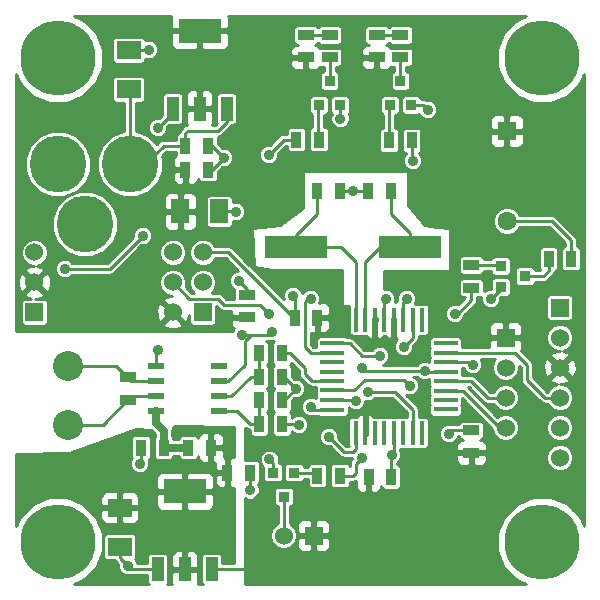
<source format=gtl>
G04 (created by PCBNEW (2013-04-19 BZR 4011)-stable) date 26/12/2014 13:57:03*
%MOIN*%
G04 Gerber Fmt 3.4, Leading zero omitted, Abs format*
%FSLAX34Y34*%
G01*
G70*
G90*
G04 APERTURE LIST*
%ADD10C,0.006*%
%ADD11R,0.0177X0.0787*%
%ADD12R,0.0787X0.0177*%
%ADD13R,0.036X0.036*%
%ADD14R,0.144X0.08*%
%ADD15R,0.04X0.08*%
%ADD16R,0.035X0.055*%
%ADD17R,0.055X0.035*%
%ADD18R,0.0629921X0.0629921*%
%ADD19C,0.0629921*%
%ADD20C,0.25*%
%ADD21R,0.21X0.076*%
%ADD22C,0.1*%
%ADD23R,0.06X0.06*%
%ADD24C,0.06*%
%ADD25C,0.189*%
%ADD26R,0.08X0.06*%
%ADD27R,0.06X0.08*%
%ADD28R,0.0551X0.0236*%
%ADD29C,0.035*%
%ADD30C,0.01*%
%ADD31C,0.025*%
G04 APERTURE END LIST*
G54D10*
G54D11*
X11505Y-10308D03*
X11820Y-10308D03*
X12135Y-10308D03*
X12450Y-10308D03*
X12765Y-10308D03*
X13080Y-10308D03*
X13395Y-10308D03*
X13710Y-10308D03*
X13708Y-14074D03*
X11498Y-14074D03*
X11818Y-14074D03*
X12138Y-14074D03*
X12448Y-14074D03*
X12768Y-14074D03*
X13078Y-14074D03*
X13398Y-14074D03*
G54D12*
X14498Y-11092D03*
X14498Y-11406D03*
X14498Y-11722D03*
X14498Y-12036D03*
X14498Y-12352D03*
X14498Y-12666D03*
X14498Y-12982D03*
X14498Y-13296D03*
X10718Y-11094D03*
X10718Y-11404D03*
X10718Y-11724D03*
X10718Y-12034D03*
X10718Y-12344D03*
X10718Y-12664D03*
X10718Y-12984D03*
X10718Y-13304D03*
G54D13*
X16332Y-9208D03*
X16332Y-8508D03*
X17132Y-8858D03*
X13342Y-3155D03*
X12642Y-3155D03*
X12992Y-2355D03*
X10979Y-3155D03*
X10279Y-3155D03*
X10629Y-2355D03*
G54D14*
X5807Y-16022D03*
G54D15*
X5807Y-18622D03*
X6707Y-18622D03*
X4907Y-18622D03*
G54D14*
X6299Y-668D03*
G54D15*
X6299Y-3268D03*
X7199Y-3268D03*
X5399Y-3268D03*
G54D16*
X11928Y-15551D03*
X12678Y-15551D03*
X10975Y-6000D03*
X10225Y-6000D03*
X17932Y-8267D03*
X18682Y-8267D03*
X11925Y-6000D03*
X12675Y-6000D03*
X5825Y-4500D03*
X6575Y-4500D03*
X5825Y-5300D03*
X6575Y-5300D03*
X7225Y-15400D03*
X7975Y-15400D03*
G54D17*
X12204Y-806D03*
X12204Y-1556D03*
G54D16*
X10217Y-10236D03*
X9467Y-10236D03*
G54D17*
X7874Y-10217D03*
X7874Y-9467D03*
X15354Y-14745D03*
X15354Y-13995D03*
X12992Y-806D03*
X12992Y-1556D03*
G54D16*
X13367Y-4330D03*
X12617Y-4330D03*
G54D17*
X10629Y-806D03*
X10629Y-1556D03*
X9842Y-806D03*
X9842Y-1556D03*
G54D16*
X9525Y-4300D03*
X10275Y-4300D03*
G54D17*
X15354Y-9233D03*
X15354Y-8483D03*
G54D18*
X16535Y-4015D03*
G54D19*
X16535Y-7007D03*
G54D20*
X1574Y-1574D03*
X17716Y-1574D03*
X1574Y-17716D03*
X17716Y-17716D03*
G54D21*
X9517Y-7874D03*
X13317Y-7874D03*
G54D17*
X3900Y-12975D03*
X3900Y-12225D03*
G54D16*
X5099Y-14566D03*
X4349Y-14566D03*
X6674Y-14566D03*
X5924Y-14566D03*
G54D22*
X1900Y-13800D03*
X1900Y-11831D03*
G54D16*
X8286Y-11417D03*
X9036Y-11417D03*
X8286Y-13779D03*
X9036Y-13779D03*
X9036Y-12204D03*
X8286Y-12204D03*
X9036Y-12992D03*
X8286Y-12992D03*
G54D23*
X787Y-10055D03*
G54D24*
X787Y-9055D03*
X787Y-8055D03*
G54D25*
X1574Y-5118D03*
X3974Y-5118D03*
X2474Y-7118D03*
G54D26*
X3937Y-2618D03*
X3937Y-1318D03*
G54D27*
X5649Y-6692D03*
X6949Y-6692D03*
G54D26*
X3641Y-16574D03*
X3641Y-17874D03*
G54D28*
X6950Y-11850D03*
X4850Y-11850D03*
X6950Y-12350D03*
X6950Y-12850D03*
X6950Y-13350D03*
X4850Y-12350D03*
X4850Y-12850D03*
X4850Y-13350D03*
G54D13*
X8750Y-15400D03*
X9450Y-15400D03*
X9100Y-16200D03*
G54D16*
X10975Y-15500D03*
X10225Y-15500D03*
G54D23*
X10100Y-17500D03*
G54D24*
X9100Y-17500D03*
G54D23*
X6405Y-10055D03*
G54D24*
X5405Y-10055D03*
X6405Y-9055D03*
X5405Y-9055D03*
X6405Y-8055D03*
X5405Y-8055D03*
G54D23*
X16500Y-10900D03*
G54D24*
X16500Y-11900D03*
X16500Y-12900D03*
X16500Y-13900D03*
G54D23*
X18307Y-9901D03*
G54D24*
X18307Y-10901D03*
X18307Y-11901D03*
X18307Y-12901D03*
X18307Y-13901D03*
X18307Y-14901D03*
G54D29*
X14800Y-10100D03*
X13300Y-12500D03*
X12300Y-11500D03*
X13400Y-5000D03*
X8600Y-4800D03*
X10000Y-9600D03*
X7700Y-10800D03*
X8700Y-10700D03*
X10000Y-13200D03*
X11500Y-13000D03*
X8600Y-10100D03*
X9400Y-9500D03*
X11700Y-11900D03*
X13800Y-12000D03*
X15400Y-11800D03*
X10600Y-14200D03*
X9600Y-13800D03*
X11700Y-14900D03*
X13100Y-11200D03*
X11900Y-12700D03*
X4400Y-7500D03*
X1800Y-8600D03*
X11400Y-6000D03*
X10980Y-3600D03*
X8620Y-14960D03*
X7975Y-15975D03*
X16000Y-9600D03*
X7600Y-9000D03*
X7500Y-6700D03*
X12700Y-14800D03*
X13200Y-9600D03*
X12500Y-9600D03*
X9500Y-12600D03*
X4300Y-15100D03*
X13900Y-3300D03*
X4900Y-3900D03*
X4600Y-1300D03*
X7100Y-4900D03*
X14600Y-14100D03*
X3900Y-18500D03*
X4900Y-11300D03*
G54D30*
X6707Y-18622D02*
X7957Y-18622D01*
X7957Y-18622D02*
X7960Y-18620D01*
X14800Y-10100D02*
X14900Y-10100D01*
X15354Y-9645D02*
X15354Y-9233D01*
X14900Y-10100D02*
X15354Y-9645D01*
X10718Y-12664D02*
X11435Y-12664D01*
X13100Y-12300D02*
X13300Y-12500D01*
X11800Y-12300D02*
X13100Y-12300D01*
X11435Y-12664D02*
X11800Y-12300D01*
X9036Y-11417D02*
X9317Y-11417D01*
X9800Y-11900D02*
X9800Y-12100D01*
X9317Y-11417D02*
X9800Y-11900D01*
X10718Y-12344D02*
X10044Y-12344D01*
X10044Y-12344D02*
X9800Y-12100D01*
X10718Y-11094D02*
X11294Y-11094D01*
X11294Y-11094D02*
X11700Y-11500D01*
X11700Y-11500D02*
X12300Y-11500D01*
X13367Y-4967D02*
X13367Y-4330D01*
X13400Y-5000D02*
X13367Y-4967D01*
X9100Y-4300D02*
X9525Y-4300D01*
X8600Y-4800D02*
X9100Y-4300D01*
X10718Y-11404D02*
X10004Y-11404D01*
X9900Y-9600D02*
X10000Y-9600D01*
X9800Y-9700D02*
X9900Y-9600D01*
X9800Y-9900D02*
X9800Y-9700D01*
X9800Y-11000D02*
X9800Y-9900D01*
X9800Y-11200D02*
X9800Y-11000D01*
X10004Y-11404D02*
X9800Y-11200D01*
X6950Y-12350D02*
X7250Y-12350D01*
X7250Y-12350D02*
X7800Y-11800D01*
X7800Y-11000D02*
X8000Y-10800D01*
X7800Y-11800D02*
X7800Y-11000D01*
X10718Y-13304D02*
X10104Y-13304D01*
X8600Y-10800D02*
X8000Y-10800D01*
X8700Y-10700D02*
X8600Y-10800D01*
X10104Y-13304D02*
X10000Y-13200D01*
X8000Y-10800D02*
X7700Y-10800D01*
X10718Y-12984D02*
X11484Y-12984D01*
X11484Y-12984D02*
X11500Y-13000D01*
X8600Y-10100D02*
X8300Y-9800D01*
X8300Y-9800D02*
X7100Y-9800D01*
X7100Y-9800D02*
X6900Y-9600D01*
X6900Y-9600D02*
X5950Y-9600D01*
X5950Y-9600D02*
X5405Y-9055D01*
X13200Y-12000D02*
X11800Y-12000D01*
X9467Y-9567D02*
X9400Y-9500D01*
X13200Y-12000D02*
X13800Y-12000D01*
X9467Y-10236D02*
X9467Y-9567D01*
X11800Y-12000D02*
X11700Y-11900D01*
X9467Y-10236D02*
X9436Y-10236D01*
X7255Y-8055D02*
X6405Y-8055D01*
X9436Y-10236D02*
X7255Y-8055D01*
X14498Y-12036D02*
X13836Y-12036D01*
X13836Y-12036D02*
X13800Y-12000D01*
X14498Y-11722D02*
X15322Y-11722D01*
X15322Y-11722D02*
X15400Y-11800D01*
X11100Y-14700D02*
X10600Y-14200D01*
X11400Y-14700D02*
X11100Y-14700D01*
X11498Y-14074D02*
X11498Y-14601D01*
X11498Y-14601D02*
X11400Y-14700D01*
X9579Y-13779D02*
X9036Y-13779D01*
X9600Y-13800D02*
X9579Y-13779D01*
X11400Y-14700D02*
X11100Y-14700D01*
X14498Y-12352D02*
X15352Y-12352D01*
X15900Y-12900D02*
X16500Y-12900D01*
X15352Y-12352D02*
X15900Y-12900D01*
X14498Y-12666D02*
X15066Y-12666D01*
X16300Y-13900D02*
X16500Y-13900D01*
X15066Y-12666D02*
X16300Y-13900D01*
X11400Y-15500D02*
X10975Y-15500D01*
X11500Y-15400D02*
X11400Y-15500D01*
X11500Y-15100D02*
X11500Y-15400D01*
X11700Y-14900D02*
X11500Y-15100D01*
X13100Y-11200D02*
X13395Y-10904D01*
X13395Y-10904D02*
X13395Y-10308D01*
X2600Y-8600D02*
X3300Y-8600D01*
X3300Y-8600D02*
X4400Y-7500D01*
X13398Y-13298D02*
X12800Y-12700D01*
X12800Y-12700D02*
X11900Y-12700D01*
X13398Y-14074D02*
X13398Y-13298D01*
X1800Y-8600D02*
X2600Y-8600D01*
X18307Y-12901D02*
X17801Y-12901D01*
X17200Y-12300D02*
X17200Y-11900D01*
X17801Y-12901D02*
X17200Y-12300D01*
X17200Y-11800D02*
X17000Y-11600D01*
X17200Y-11900D02*
X17200Y-11800D01*
X16500Y-11406D02*
X16806Y-11406D01*
X16806Y-11406D02*
X17000Y-11600D01*
X14498Y-11406D02*
X16500Y-11406D01*
X12675Y-6000D02*
X12675Y-6775D01*
X13317Y-7417D02*
X13317Y-7874D01*
X12675Y-6775D02*
X13317Y-7417D01*
X11820Y-10308D02*
X11820Y-8379D01*
X12325Y-7874D02*
X13317Y-7874D01*
X11820Y-8379D02*
X12325Y-7874D01*
X10225Y-6000D02*
X10225Y-6775D01*
X9517Y-7482D02*
X9517Y-7874D01*
X10225Y-6775D02*
X9517Y-7482D01*
X11505Y-10308D02*
X11505Y-8385D01*
X10994Y-7874D02*
X9517Y-7874D01*
X11505Y-8385D02*
X10994Y-7874D01*
X4850Y-12850D02*
X4025Y-12850D01*
X3075Y-13800D02*
X1900Y-13800D01*
X4025Y-12850D02*
X3075Y-13800D01*
X4850Y-12350D02*
X4025Y-12350D01*
X3506Y-11831D02*
X1900Y-11831D01*
X4025Y-12350D02*
X3506Y-11831D01*
G54D31*
X5099Y-14566D02*
X5924Y-14566D01*
X4850Y-13350D02*
X4850Y-13750D01*
X5099Y-13999D02*
X5099Y-14566D01*
X4850Y-13750D02*
X5099Y-13999D01*
G54D30*
X11925Y-6000D02*
X11400Y-6000D01*
X11400Y-6000D02*
X10975Y-6000D01*
X10979Y-3155D02*
X10979Y-3599D01*
X10979Y-3599D02*
X10980Y-3600D01*
X8750Y-15400D02*
X8750Y-15090D01*
X8750Y-15090D02*
X8620Y-14960D01*
X7975Y-15400D02*
X7975Y-15975D01*
X16332Y-9208D02*
X16332Y-9267D01*
X16332Y-9267D02*
X16000Y-9600D01*
X7874Y-9467D02*
X7874Y-9274D01*
X7874Y-9274D02*
X7600Y-9000D01*
X6949Y-6692D02*
X7492Y-6692D01*
X7492Y-6692D02*
X7500Y-6700D01*
X12678Y-15551D02*
X12678Y-14821D01*
X12768Y-14731D02*
X12700Y-14800D01*
X12768Y-14731D02*
X12768Y-14074D01*
X12678Y-14821D02*
X12700Y-14800D01*
X13080Y-10308D02*
X13080Y-9719D01*
X13080Y-9719D02*
X13200Y-9600D01*
X12450Y-10308D02*
X12450Y-9649D01*
X12450Y-9649D02*
X12500Y-9600D01*
X9036Y-12204D02*
X9104Y-12204D01*
X9107Y-12992D02*
X9500Y-12600D01*
X9107Y-12992D02*
X9036Y-12992D01*
X9104Y-12204D02*
X9500Y-12600D01*
X4349Y-14566D02*
X4349Y-15050D01*
X4349Y-15050D02*
X4300Y-15100D01*
X13342Y-3155D02*
X13755Y-3155D01*
X13755Y-3155D02*
X13900Y-3300D01*
X5399Y-3268D02*
X5399Y-3400D01*
X5399Y-3400D02*
X4900Y-3900D01*
X3937Y-1318D02*
X4581Y-1318D01*
X4581Y-1318D02*
X4600Y-1300D01*
X6575Y-4500D02*
X6700Y-4500D01*
X6700Y-5300D02*
X7100Y-4900D01*
X6700Y-5300D02*
X6575Y-5300D01*
X6700Y-4500D02*
X7100Y-4900D01*
X15354Y-13995D02*
X14704Y-13995D01*
X14704Y-13995D02*
X14600Y-14100D01*
X4907Y-18622D02*
X4022Y-18622D01*
X3641Y-18241D02*
X3900Y-18500D01*
X3641Y-18241D02*
X3641Y-17874D01*
X4022Y-18622D02*
X3900Y-18500D01*
X4850Y-11850D02*
X4850Y-11350D01*
X4850Y-11350D02*
X4900Y-11300D01*
X17132Y-8858D02*
X17741Y-8858D01*
X17932Y-8667D02*
X17932Y-8267D01*
X17741Y-8858D02*
X17932Y-8667D01*
X9100Y-17500D02*
X9100Y-16200D01*
X9450Y-15400D02*
X10125Y-15400D01*
X10125Y-15400D02*
X10225Y-15500D01*
X12617Y-4330D02*
X12617Y-3180D01*
X12617Y-3180D02*
X12642Y-3155D01*
X12204Y-806D02*
X12992Y-806D01*
X12992Y-2355D02*
X12992Y-1556D01*
X15354Y-8483D02*
X16307Y-8483D01*
X16307Y-8483D02*
X16332Y-8508D01*
X18682Y-8267D02*
X18682Y-7658D01*
X18031Y-7007D02*
X16535Y-7007D01*
X18682Y-7658D02*
X18031Y-7007D01*
X9842Y-806D02*
X10629Y-806D01*
X10629Y-2355D02*
X10629Y-1556D01*
X10254Y-4330D02*
X10254Y-3180D01*
X10254Y-3180D02*
X10279Y-3155D01*
X6950Y-12850D02*
X7350Y-12850D01*
X7995Y-12204D02*
X8286Y-12204D01*
X7350Y-12850D02*
X7995Y-12204D01*
X8286Y-12204D02*
X8286Y-11417D01*
X8286Y-13779D02*
X8286Y-12992D01*
X6950Y-13350D02*
X7550Y-13350D01*
X7979Y-13779D02*
X8286Y-13779D01*
X7550Y-13350D02*
X7979Y-13779D01*
X3974Y-5118D02*
X3974Y-2656D01*
X3974Y-2656D02*
X3937Y-2618D01*
X7199Y-3268D02*
X7199Y-3700D01*
X5825Y-4075D02*
X5825Y-4500D01*
X5900Y-4000D02*
X5825Y-4075D01*
X6900Y-4000D02*
X5900Y-4000D01*
X7199Y-3700D02*
X6900Y-4000D01*
X3974Y-5118D02*
X4481Y-5118D01*
X5100Y-4500D02*
X5825Y-4500D01*
X4481Y-5118D02*
X5100Y-4500D01*
G54D10*
G36*
X7430Y-18422D02*
X7175Y-18422D01*
X7175Y-15862D01*
X7175Y-15450D01*
X7175Y-15350D01*
X7175Y-14937D01*
X7112Y-14875D01*
X7099Y-14874D01*
X7099Y-14792D01*
X7099Y-14341D01*
X7099Y-14241D01*
X7061Y-14150D01*
X6990Y-14079D01*
X6898Y-14041D01*
X6786Y-14041D01*
X6724Y-14104D01*
X6724Y-14516D01*
X7036Y-14516D01*
X7099Y-14454D01*
X7099Y-14341D01*
X7099Y-14792D01*
X7099Y-14679D01*
X7036Y-14616D01*
X6724Y-14616D01*
X6724Y-15029D01*
X6786Y-15091D01*
X6800Y-15091D01*
X6799Y-15174D01*
X6800Y-15287D01*
X6862Y-15350D01*
X7175Y-15350D01*
X7175Y-15450D01*
X6862Y-15450D01*
X6800Y-15512D01*
X6799Y-15625D01*
X6800Y-15724D01*
X6838Y-15816D01*
X6908Y-15887D01*
X7000Y-15925D01*
X7112Y-15925D01*
X7175Y-15862D01*
X7175Y-18422D01*
X7057Y-18422D01*
X7057Y-18193D01*
X7034Y-18137D01*
X6992Y-18095D01*
X6937Y-18072D01*
X6877Y-18072D01*
X6777Y-18072D01*
X6777Y-16373D01*
X6777Y-15672D01*
X6777Y-15572D01*
X6738Y-15481D01*
X6668Y-15410D01*
X6576Y-15372D01*
X5919Y-15372D01*
X5857Y-15435D01*
X5857Y-15972D01*
X6714Y-15972D01*
X6777Y-15910D01*
X6777Y-15672D01*
X6777Y-16373D01*
X6777Y-16135D01*
X6714Y-16072D01*
X5857Y-16072D01*
X5857Y-16610D01*
X5919Y-16672D01*
X6576Y-16672D01*
X6668Y-16634D01*
X6738Y-16564D01*
X6777Y-16472D01*
X6777Y-16373D01*
X6777Y-18072D01*
X6477Y-18072D01*
X6422Y-18095D01*
X6379Y-18137D01*
X6357Y-18192D01*
X6357Y-18252D01*
X6357Y-19052D01*
X6379Y-19107D01*
X6393Y-19121D01*
X6236Y-19121D01*
X6257Y-19072D01*
X6257Y-18973D01*
X6257Y-18272D01*
X6257Y-18172D01*
X6218Y-18081D01*
X6148Y-18010D01*
X6056Y-17972D01*
X5919Y-17972D01*
X5857Y-18035D01*
X5857Y-18572D01*
X6194Y-18572D01*
X6257Y-18510D01*
X6257Y-18272D01*
X6257Y-18973D01*
X6257Y-18735D01*
X6194Y-18672D01*
X5857Y-18672D01*
X5857Y-18680D01*
X5757Y-18680D01*
X5757Y-18672D01*
X5757Y-18572D01*
X5757Y-18035D01*
X5757Y-16610D01*
X5757Y-16072D01*
X5757Y-15972D01*
X5757Y-15435D01*
X5694Y-15372D01*
X5037Y-15372D01*
X4945Y-15410D01*
X4875Y-15481D01*
X4837Y-15572D01*
X4837Y-15672D01*
X4837Y-15910D01*
X4899Y-15972D01*
X5757Y-15972D01*
X5757Y-16072D01*
X4899Y-16072D01*
X4837Y-16135D01*
X4837Y-16373D01*
X4837Y-16472D01*
X4875Y-16564D01*
X4945Y-16634D01*
X5037Y-16672D01*
X5694Y-16672D01*
X5757Y-16610D01*
X5757Y-18035D01*
X5694Y-17972D01*
X5557Y-17972D01*
X5465Y-18010D01*
X5395Y-18081D01*
X5357Y-18172D01*
X5357Y-18272D01*
X5357Y-18510D01*
X5419Y-18572D01*
X5757Y-18572D01*
X5757Y-18672D01*
X5419Y-18672D01*
X5357Y-18735D01*
X5357Y-18973D01*
X5357Y-19072D01*
X5377Y-19121D01*
X5220Y-19121D01*
X5234Y-19107D01*
X5257Y-19052D01*
X5257Y-18993D01*
X5257Y-18193D01*
X5234Y-18137D01*
X5192Y-18095D01*
X5137Y-18072D01*
X5077Y-18072D01*
X4677Y-18072D01*
X4674Y-18074D01*
X4674Y-14812D01*
X4674Y-14262D01*
X4651Y-14207D01*
X4609Y-14164D01*
X4554Y-14141D01*
X4494Y-14141D01*
X4144Y-14141D01*
X4089Y-14164D01*
X4047Y-14206D01*
X4024Y-14261D01*
X4024Y-14321D01*
X4024Y-14871D01*
X4037Y-14902D01*
X4024Y-14915D01*
X3975Y-15035D01*
X3974Y-15164D01*
X4024Y-15283D01*
X4115Y-15375D01*
X4235Y-15424D01*
X4364Y-15425D01*
X4483Y-15375D01*
X4575Y-15284D01*
X4624Y-15164D01*
X4625Y-15035D01*
X4599Y-14973D01*
X4609Y-14969D01*
X4651Y-14927D01*
X4674Y-14871D01*
X4674Y-14812D01*
X4674Y-18074D01*
X4622Y-18095D01*
X4579Y-18137D01*
X4557Y-18192D01*
X4557Y-18252D01*
X4557Y-18422D01*
X4291Y-18422D01*
X4291Y-16923D01*
X4291Y-16224D01*
X4253Y-16132D01*
X4183Y-16062D01*
X4091Y-16024D01*
X3992Y-16024D01*
X3754Y-16024D01*
X3691Y-16086D01*
X3691Y-16524D01*
X4229Y-16524D01*
X4291Y-16461D01*
X4291Y-16224D01*
X4291Y-16923D01*
X4291Y-16686D01*
X4229Y-16624D01*
X3691Y-16624D01*
X3691Y-17061D01*
X3754Y-17124D01*
X3992Y-17124D01*
X4091Y-17124D01*
X4183Y-17086D01*
X4253Y-17015D01*
X4291Y-16923D01*
X4291Y-18422D01*
X4219Y-18422D01*
X4175Y-18316D01*
X4143Y-18284D01*
X4168Y-18259D01*
X4191Y-18204D01*
X4191Y-18144D01*
X4191Y-17544D01*
X4168Y-17489D01*
X4126Y-17447D01*
X4071Y-17424D01*
X4012Y-17424D01*
X3591Y-17424D01*
X3591Y-17061D01*
X3591Y-16624D01*
X3591Y-16524D01*
X3591Y-16086D01*
X3529Y-16024D01*
X3291Y-16024D01*
X3191Y-16024D01*
X3099Y-16062D01*
X3029Y-16132D01*
X2991Y-16224D01*
X2991Y-16461D01*
X3054Y-16524D01*
X3591Y-16524D01*
X3591Y-16624D01*
X3054Y-16624D01*
X2991Y-16686D01*
X2991Y-16923D01*
X3029Y-17015D01*
X3099Y-17086D01*
X3191Y-17124D01*
X3291Y-17124D01*
X3529Y-17124D01*
X3591Y-17061D01*
X3591Y-17424D01*
X3212Y-17424D01*
X3156Y-17447D01*
X3114Y-17489D01*
X3091Y-17544D01*
X3091Y-17604D01*
X3091Y-18204D01*
X3114Y-18259D01*
X3156Y-18301D01*
X3211Y-18324D01*
X3271Y-18324D01*
X3461Y-18324D01*
X3500Y-18383D01*
X3575Y-18457D01*
X3574Y-18564D01*
X3624Y-18683D01*
X3715Y-18775D01*
X3835Y-18824D01*
X3964Y-18825D01*
X3986Y-18815D01*
X4022Y-18822D01*
X4557Y-18822D01*
X4557Y-19052D01*
X4579Y-19107D01*
X4593Y-19121D01*
X2102Y-19121D01*
X2423Y-18988D01*
X2845Y-18567D01*
X3074Y-18016D01*
X3075Y-17419D01*
X2847Y-16867D01*
X2425Y-16445D01*
X1874Y-16216D01*
X1277Y-16216D01*
X726Y-16444D01*
X303Y-16865D01*
X169Y-17188D01*
X169Y-14786D01*
X1934Y-14745D01*
X4187Y-13950D01*
X4687Y-13976D01*
X4824Y-14113D01*
X4824Y-14179D01*
X4797Y-14206D01*
X4774Y-14261D01*
X4774Y-14321D01*
X4774Y-14871D01*
X4797Y-14926D01*
X4839Y-14969D01*
X4894Y-14991D01*
X4954Y-14991D01*
X5304Y-14991D01*
X5359Y-14969D01*
X5401Y-14927D01*
X5424Y-14871D01*
X5424Y-14841D01*
X5599Y-14841D01*
X5599Y-14871D01*
X5621Y-14926D01*
X5664Y-14969D01*
X5719Y-14991D01*
X5778Y-14991D01*
X6128Y-14991D01*
X6184Y-14969D01*
X6226Y-14927D01*
X6249Y-14871D01*
X6249Y-14841D01*
X6249Y-14891D01*
X6287Y-14983D01*
X6357Y-15053D01*
X6449Y-15091D01*
X6561Y-15091D01*
X6624Y-15029D01*
X6624Y-14616D01*
X6616Y-14616D01*
X6616Y-14516D01*
X6624Y-14516D01*
X6624Y-14104D01*
X6561Y-14041D01*
X6449Y-14041D01*
X6357Y-14079D01*
X6287Y-14150D01*
X6249Y-14241D01*
X6249Y-14262D01*
X6226Y-14207D01*
X6184Y-14164D01*
X6129Y-14141D01*
X6069Y-14141D01*
X5719Y-14141D01*
X5664Y-14164D01*
X5622Y-14206D01*
X5599Y-14261D01*
X5599Y-14291D01*
X5424Y-14291D01*
X5424Y-14262D01*
X5401Y-14207D01*
X5374Y-14179D01*
X5374Y-14002D01*
X5450Y-13850D01*
X7430Y-13869D01*
X7430Y-14874D01*
X7337Y-14875D01*
X7275Y-14937D01*
X7275Y-15350D01*
X7282Y-15350D01*
X7282Y-15450D01*
X7275Y-15450D01*
X7275Y-15862D01*
X7337Y-15925D01*
X7430Y-15925D01*
X7430Y-18422D01*
X7430Y-18422D01*
G37*
G54D30*
X7430Y-18422D02*
X7175Y-18422D01*
X7175Y-15862D01*
X7175Y-15450D01*
X7175Y-15350D01*
X7175Y-14937D01*
X7112Y-14875D01*
X7099Y-14874D01*
X7099Y-14792D01*
X7099Y-14341D01*
X7099Y-14241D01*
X7061Y-14150D01*
X6990Y-14079D01*
X6898Y-14041D01*
X6786Y-14041D01*
X6724Y-14104D01*
X6724Y-14516D01*
X7036Y-14516D01*
X7099Y-14454D01*
X7099Y-14341D01*
X7099Y-14792D01*
X7099Y-14679D01*
X7036Y-14616D01*
X6724Y-14616D01*
X6724Y-15029D01*
X6786Y-15091D01*
X6800Y-15091D01*
X6799Y-15174D01*
X6800Y-15287D01*
X6862Y-15350D01*
X7175Y-15350D01*
X7175Y-15450D01*
X6862Y-15450D01*
X6800Y-15512D01*
X6799Y-15625D01*
X6800Y-15724D01*
X6838Y-15816D01*
X6908Y-15887D01*
X7000Y-15925D01*
X7112Y-15925D01*
X7175Y-15862D01*
X7175Y-18422D01*
X7057Y-18422D01*
X7057Y-18193D01*
X7034Y-18137D01*
X6992Y-18095D01*
X6937Y-18072D01*
X6877Y-18072D01*
X6777Y-18072D01*
X6777Y-16373D01*
X6777Y-15672D01*
X6777Y-15572D01*
X6738Y-15481D01*
X6668Y-15410D01*
X6576Y-15372D01*
X5919Y-15372D01*
X5857Y-15435D01*
X5857Y-15972D01*
X6714Y-15972D01*
X6777Y-15910D01*
X6777Y-15672D01*
X6777Y-16373D01*
X6777Y-16135D01*
X6714Y-16072D01*
X5857Y-16072D01*
X5857Y-16610D01*
X5919Y-16672D01*
X6576Y-16672D01*
X6668Y-16634D01*
X6738Y-16564D01*
X6777Y-16472D01*
X6777Y-16373D01*
X6777Y-18072D01*
X6477Y-18072D01*
X6422Y-18095D01*
X6379Y-18137D01*
X6357Y-18192D01*
X6357Y-18252D01*
X6357Y-19052D01*
X6379Y-19107D01*
X6393Y-19121D01*
X6236Y-19121D01*
X6257Y-19072D01*
X6257Y-18973D01*
X6257Y-18272D01*
X6257Y-18172D01*
X6218Y-18081D01*
X6148Y-18010D01*
X6056Y-17972D01*
X5919Y-17972D01*
X5857Y-18035D01*
X5857Y-18572D01*
X6194Y-18572D01*
X6257Y-18510D01*
X6257Y-18272D01*
X6257Y-18973D01*
X6257Y-18735D01*
X6194Y-18672D01*
X5857Y-18672D01*
X5857Y-18680D01*
X5757Y-18680D01*
X5757Y-18672D01*
X5757Y-18572D01*
X5757Y-18035D01*
X5757Y-16610D01*
X5757Y-16072D01*
X5757Y-15972D01*
X5757Y-15435D01*
X5694Y-15372D01*
X5037Y-15372D01*
X4945Y-15410D01*
X4875Y-15481D01*
X4837Y-15572D01*
X4837Y-15672D01*
X4837Y-15910D01*
X4899Y-15972D01*
X5757Y-15972D01*
X5757Y-16072D01*
X4899Y-16072D01*
X4837Y-16135D01*
X4837Y-16373D01*
X4837Y-16472D01*
X4875Y-16564D01*
X4945Y-16634D01*
X5037Y-16672D01*
X5694Y-16672D01*
X5757Y-16610D01*
X5757Y-18035D01*
X5694Y-17972D01*
X5557Y-17972D01*
X5465Y-18010D01*
X5395Y-18081D01*
X5357Y-18172D01*
X5357Y-18272D01*
X5357Y-18510D01*
X5419Y-18572D01*
X5757Y-18572D01*
X5757Y-18672D01*
X5419Y-18672D01*
X5357Y-18735D01*
X5357Y-18973D01*
X5357Y-19072D01*
X5377Y-19121D01*
X5220Y-19121D01*
X5234Y-19107D01*
X5257Y-19052D01*
X5257Y-18993D01*
X5257Y-18193D01*
X5234Y-18137D01*
X5192Y-18095D01*
X5137Y-18072D01*
X5077Y-18072D01*
X4677Y-18072D01*
X4674Y-18074D01*
X4674Y-14812D01*
X4674Y-14262D01*
X4651Y-14207D01*
X4609Y-14164D01*
X4554Y-14141D01*
X4494Y-14141D01*
X4144Y-14141D01*
X4089Y-14164D01*
X4047Y-14206D01*
X4024Y-14261D01*
X4024Y-14321D01*
X4024Y-14871D01*
X4037Y-14902D01*
X4024Y-14915D01*
X3975Y-15035D01*
X3974Y-15164D01*
X4024Y-15283D01*
X4115Y-15375D01*
X4235Y-15424D01*
X4364Y-15425D01*
X4483Y-15375D01*
X4575Y-15284D01*
X4624Y-15164D01*
X4625Y-15035D01*
X4599Y-14973D01*
X4609Y-14969D01*
X4651Y-14927D01*
X4674Y-14871D01*
X4674Y-14812D01*
X4674Y-18074D01*
X4622Y-18095D01*
X4579Y-18137D01*
X4557Y-18192D01*
X4557Y-18252D01*
X4557Y-18422D01*
X4291Y-18422D01*
X4291Y-16923D01*
X4291Y-16224D01*
X4253Y-16132D01*
X4183Y-16062D01*
X4091Y-16024D01*
X3992Y-16024D01*
X3754Y-16024D01*
X3691Y-16086D01*
X3691Y-16524D01*
X4229Y-16524D01*
X4291Y-16461D01*
X4291Y-16224D01*
X4291Y-16923D01*
X4291Y-16686D01*
X4229Y-16624D01*
X3691Y-16624D01*
X3691Y-17061D01*
X3754Y-17124D01*
X3992Y-17124D01*
X4091Y-17124D01*
X4183Y-17086D01*
X4253Y-17015D01*
X4291Y-16923D01*
X4291Y-18422D01*
X4219Y-18422D01*
X4175Y-18316D01*
X4143Y-18284D01*
X4168Y-18259D01*
X4191Y-18204D01*
X4191Y-18144D01*
X4191Y-17544D01*
X4168Y-17489D01*
X4126Y-17447D01*
X4071Y-17424D01*
X4012Y-17424D01*
X3591Y-17424D01*
X3591Y-17061D01*
X3591Y-16624D01*
X3591Y-16524D01*
X3591Y-16086D01*
X3529Y-16024D01*
X3291Y-16024D01*
X3191Y-16024D01*
X3099Y-16062D01*
X3029Y-16132D01*
X2991Y-16224D01*
X2991Y-16461D01*
X3054Y-16524D01*
X3591Y-16524D01*
X3591Y-16624D01*
X3054Y-16624D01*
X2991Y-16686D01*
X2991Y-16923D01*
X3029Y-17015D01*
X3099Y-17086D01*
X3191Y-17124D01*
X3291Y-17124D01*
X3529Y-17124D01*
X3591Y-17061D01*
X3591Y-17424D01*
X3212Y-17424D01*
X3156Y-17447D01*
X3114Y-17489D01*
X3091Y-17544D01*
X3091Y-17604D01*
X3091Y-18204D01*
X3114Y-18259D01*
X3156Y-18301D01*
X3211Y-18324D01*
X3271Y-18324D01*
X3461Y-18324D01*
X3500Y-18383D01*
X3575Y-18457D01*
X3574Y-18564D01*
X3624Y-18683D01*
X3715Y-18775D01*
X3835Y-18824D01*
X3964Y-18825D01*
X3986Y-18815D01*
X4022Y-18822D01*
X4557Y-18822D01*
X4557Y-19052D01*
X4579Y-19107D01*
X4593Y-19121D01*
X2102Y-19121D01*
X2423Y-18988D01*
X2845Y-18567D01*
X3074Y-18016D01*
X3075Y-17419D01*
X2847Y-16867D01*
X2425Y-16445D01*
X1874Y-16216D01*
X1277Y-16216D01*
X726Y-16444D01*
X303Y-16865D01*
X169Y-17188D01*
X169Y-14786D01*
X1934Y-14745D01*
X4187Y-13950D01*
X4687Y-13976D01*
X4824Y-14113D01*
X4824Y-14179D01*
X4797Y-14206D01*
X4774Y-14261D01*
X4774Y-14321D01*
X4774Y-14871D01*
X4797Y-14926D01*
X4839Y-14969D01*
X4894Y-14991D01*
X4954Y-14991D01*
X5304Y-14991D01*
X5359Y-14969D01*
X5401Y-14927D01*
X5424Y-14871D01*
X5424Y-14841D01*
X5599Y-14841D01*
X5599Y-14871D01*
X5621Y-14926D01*
X5664Y-14969D01*
X5719Y-14991D01*
X5778Y-14991D01*
X6128Y-14991D01*
X6184Y-14969D01*
X6226Y-14927D01*
X6249Y-14871D01*
X6249Y-14841D01*
X6249Y-14891D01*
X6287Y-14983D01*
X6357Y-15053D01*
X6449Y-15091D01*
X6561Y-15091D01*
X6624Y-15029D01*
X6624Y-14616D01*
X6616Y-14616D01*
X6616Y-14516D01*
X6624Y-14516D01*
X6624Y-14104D01*
X6561Y-14041D01*
X6449Y-14041D01*
X6357Y-14079D01*
X6287Y-14150D01*
X6249Y-14241D01*
X6249Y-14262D01*
X6226Y-14207D01*
X6184Y-14164D01*
X6129Y-14141D01*
X6069Y-14141D01*
X5719Y-14141D01*
X5664Y-14164D01*
X5622Y-14206D01*
X5599Y-14261D01*
X5599Y-14291D01*
X5424Y-14291D01*
X5424Y-14262D01*
X5401Y-14207D01*
X5374Y-14179D01*
X5374Y-14002D01*
X5450Y-13850D01*
X7430Y-13869D01*
X7430Y-14874D01*
X7337Y-14875D01*
X7275Y-14937D01*
X7275Y-15350D01*
X7282Y-15350D01*
X7282Y-15450D01*
X7275Y-15450D01*
X7275Y-15862D01*
X7337Y-15925D01*
X7430Y-15925D01*
X7430Y-18422D01*
G54D10*
G36*
X19121Y-17189D02*
X19007Y-16912D01*
X19007Y-8513D01*
X19007Y-7963D01*
X18984Y-7907D01*
X18942Y-7865D01*
X18887Y-7842D01*
X18882Y-7842D01*
X18882Y-7658D01*
X18882Y-7658D01*
X18866Y-7581D01*
X18866Y-7581D01*
X18852Y-7560D01*
X18823Y-7517D01*
X18823Y-7517D01*
X18172Y-6866D01*
X18108Y-6823D01*
X18031Y-6807D01*
X17100Y-6807D01*
X17100Y-4380D01*
X17100Y-3651D01*
X17062Y-3559D01*
X16992Y-3488D01*
X16900Y-3450D01*
X16800Y-3450D01*
X16647Y-3450D01*
X16585Y-3513D01*
X16585Y-3965D01*
X17037Y-3965D01*
X17100Y-3903D01*
X17100Y-3651D01*
X17100Y-4380D01*
X17100Y-4128D01*
X17037Y-4065D01*
X16585Y-4065D01*
X16585Y-4518D01*
X16647Y-4580D01*
X16800Y-4580D01*
X16900Y-4580D01*
X16992Y-4542D01*
X17062Y-4472D01*
X17100Y-4380D01*
X17100Y-6807D01*
X16955Y-6807D01*
X16929Y-6744D01*
X16799Y-6613D01*
X16628Y-6542D01*
X16485Y-6542D01*
X16485Y-4518D01*
X16485Y-4065D01*
X16485Y-3965D01*
X16485Y-3513D01*
X16422Y-3450D01*
X16269Y-3450D01*
X16170Y-3450D01*
X16078Y-3488D01*
X16008Y-3559D01*
X15970Y-3651D01*
X15970Y-3903D01*
X16032Y-3965D01*
X16485Y-3965D01*
X16485Y-4065D01*
X16032Y-4065D01*
X15970Y-4128D01*
X15970Y-4380D01*
X16008Y-4472D01*
X16078Y-4542D01*
X16170Y-4580D01*
X16269Y-4580D01*
X16422Y-4580D01*
X16485Y-4518D01*
X16485Y-6542D01*
X16443Y-6542D01*
X16272Y-6613D01*
X16141Y-6744D01*
X16070Y-6914D01*
X16070Y-7099D01*
X16141Y-7270D01*
X16271Y-7401D01*
X16442Y-7472D01*
X16627Y-7472D01*
X16798Y-7402D01*
X16929Y-7271D01*
X16955Y-7207D01*
X17948Y-7207D01*
X18482Y-7741D01*
X18482Y-7842D01*
X18477Y-7842D01*
X18422Y-7865D01*
X18379Y-7907D01*
X18357Y-7962D01*
X18357Y-8022D01*
X18357Y-8572D01*
X18379Y-8627D01*
X18422Y-8669D01*
X18477Y-8692D01*
X18536Y-8692D01*
X18886Y-8692D01*
X18941Y-8669D01*
X18984Y-8627D01*
X19007Y-8572D01*
X19007Y-8513D01*
X19007Y-16912D01*
X18988Y-16867D01*
X18861Y-16740D01*
X18861Y-11983D01*
X18850Y-11764D01*
X18788Y-11613D01*
X18757Y-11604D01*
X18757Y-10812D01*
X18757Y-10812D01*
X18757Y-10171D01*
X18757Y-9571D01*
X18734Y-9516D01*
X18692Y-9474D01*
X18637Y-9451D01*
X18577Y-9451D01*
X18257Y-9451D01*
X18257Y-8513D01*
X18257Y-7963D01*
X18234Y-7907D01*
X18192Y-7865D01*
X18137Y-7842D01*
X18077Y-7842D01*
X17727Y-7842D01*
X17672Y-7865D01*
X17629Y-7907D01*
X17607Y-7962D01*
X17607Y-8022D01*
X17607Y-8572D01*
X17629Y-8627D01*
X17659Y-8657D01*
X17658Y-8658D01*
X17462Y-8658D01*
X17462Y-8648D01*
X17439Y-8593D01*
X17397Y-8551D01*
X17342Y-8528D01*
X17282Y-8528D01*
X16922Y-8528D01*
X16867Y-8551D01*
X16825Y-8593D01*
X16802Y-8648D01*
X16802Y-8707D01*
X16802Y-9067D01*
X16825Y-9123D01*
X16867Y-9165D01*
X16922Y-9188D01*
X16981Y-9188D01*
X17341Y-9188D01*
X17397Y-9165D01*
X17439Y-9123D01*
X17462Y-9068D01*
X17462Y-9058D01*
X17741Y-9058D01*
X17818Y-9043D01*
X17883Y-8999D01*
X18073Y-8809D01*
X18116Y-8744D01*
X18116Y-8744D01*
X18119Y-8731D01*
X18127Y-8692D01*
X18136Y-8692D01*
X18191Y-8669D01*
X18234Y-8627D01*
X18257Y-8572D01*
X18257Y-8513D01*
X18257Y-9451D01*
X17977Y-9451D01*
X17922Y-9474D01*
X17879Y-9516D01*
X17857Y-9571D01*
X17857Y-9631D01*
X17857Y-10231D01*
X17879Y-10286D01*
X17922Y-10328D01*
X17977Y-10351D01*
X18036Y-10351D01*
X18636Y-10351D01*
X18691Y-10328D01*
X18734Y-10286D01*
X18757Y-10231D01*
X18757Y-10171D01*
X18757Y-10812D01*
X18688Y-10647D01*
X18562Y-10520D01*
X18396Y-10451D01*
X18217Y-10451D01*
X18052Y-10519D01*
X17925Y-10646D01*
X17857Y-10811D01*
X17857Y-10990D01*
X17925Y-11156D01*
X18051Y-11282D01*
X18217Y-11351D01*
X18293Y-11351D01*
X18170Y-11357D01*
X18019Y-11420D01*
X17991Y-11515D01*
X18307Y-11830D01*
X18622Y-11515D01*
X18594Y-11420D01*
X18399Y-11350D01*
X18561Y-11283D01*
X18688Y-11156D01*
X18757Y-10991D01*
X18757Y-10812D01*
X18757Y-11604D01*
X18692Y-11586D01*
X18377Y-11901D01*
X18692Y-12216D01*
X18788Y-12189D01*
X18861Y-11983D01*
X18861Y-16740D01*
X18757Y-16635D01*
X18757Y-14812D01*
X18757Y-13812D01*
X18688Y-13647D01*
X18562Y-13520D01*
X18396Y-13451D01*
X18217Y-13451D01*
X18052Y-13519D01*
X17925Y-13646D01*
X17857Y-13811D01*
X17857Y-13990D01*
X17925Y-14156D01*
X18051Y-14282D01*
X18217Y-14351D01*
X18396Y-14351D01*
X18561Y-14283D01*
X18688Y-14156D01*
X18757Y-13991D01*
X18757Y-13812D01*
X18757Y-14812D01*
X18688Y-14647D01*
X18562Y-14520D01*
X18396Y-14451D01*
X18217Y-14451D01*
X18052Y-14519D01*
X17925Y-14646D01*
X17857Y-14811D01*
X17857Y-14990D01*
X17925Y-15156D01*
X18051Y-15282D01*
X18217Y-15351D01*
X18396Y-15351D01*
X18561Y-15283D01*
X18688Y-15156D01*
X18757Y-14991D01*
X18757Y-14812D01*
X18757Y-16635D01*
X18567Y-16445D01*
X18016Y-16216D01*
X17419Y-16216D01*
X16867Y-16444D01*
X16445Y-16865D01*
X16216Y-17416D01*
X16216Y-18013D01*
X16444Y-18565D01*
X16865Y-18987D01*
X17188Y-19121D01*
X15879Y-19121D01*
X15879Y-14969D01*
X15879Y-14520D01*
X15841Y-14428D01*
X15771Y-14358D01*
X15679Y-14320D01*
X15659Y-14320D01*
X15714Y-14297D01*
X15756Y-14255D01*
X15779Y-14200D01*
X15779Y-14140D01*
X15779Y-13790D01*
X15756Y-13735D01*
X15714Y-13692D01*
X15659Y-13670D01*
X15599Y-13670D01*
X15049Y-13670D01*
X14994Y-13692D01*
X14952Y-13734D01*
X14929Y-13790D01*
X14929Y-13795D01*
X14713Y-13795D01*
X14664Y-13775D01*
X14535Y-13774D01*
X14416Y-13824D01*
X14324Y-13915D01*
X14275Y-14035D01*
X14274Y-14164D01*
X14324Y-14283D01*
X14415Y-14375D01*
X14535Y-14424D01*
X14664Y-14425D01*
X14783Y-14375D01*
X14875Y-14284D01*
X14912Y-14195D01*
X14929Y-14195D01*
X14929Y-14199D01*
X14952Y-14254D01*
X14994Y-14297D01*
X15049Y-14320D01*
X15079Y-14320D01*
X15029Y-14320D01*
X14937Y-14358D01*
X14867Y-14428D01*
X14829Y-14520D01*
X14829Y-14632D01*
X14891Y-14695D01*
X15304Y-14695D01*
X15304Y-14687D01*
X15404Y-14687D01*
X15404Y-14695D01*
X15816Y-14695D01*
X15879Y-14632D01*
X15879Y-14520D01*
X15879Y-14969D01*
X15879Y-14857D01*
X15816Y-14795D01*
X15404Y-14795D01*
X15404Y-15107D01*
X15466Y-15170D01*
X15579Y-15170D01*
X15679Y-15170D01*
X15771Y-15131D01*
X15841Y-15061D01*
X15879Y-14969D01*
X15879Y-19121D01*
X15304Y-19121D01*
X15304Y-15107D01*
X15304Y-14795D01*
X14891Y-14795D01*
X14829Y-14857D01*
X14829Y-14969D01*
X14867Y-15061D01*
X14937Y-15131D01*
X15029Y-15170D01*
X15128Y-15170D01*
X15241Y-15170D01*
X15304Y-15107D01*
X15304Y-19121D01*
X10650Y-19121D01*
X10650Y-17750D01*
X10650Y-17249D01*
X10649Y-17150D01*
X10611Y-17058D01*
X10550Y-16996D01*
X10550Y-15745D01*
X10550Y-15195D01*
X10527Y-15140D01*
X10485Y-15097D01*
X10429Y-15075D01*
X10370Y-15074D01*
X10020Y-15074D01*
X9965Y-15097D01*
X9922Y-15139D01*
X9900Y-15195D01*
X9900Y-15200D01*
X9780Y-15200D01*
X9780Y-15190D01*
X9757Y-15135D01*
X9715Y-15092D01*
X9659Y-15070D01*
X9600Y-15069D01*
X9240Y-15069D01*
X9185Y-15092D01*
X9142Y-15134D01*
X9120Y-15190D01*
X9119Y-15249D01*
X9119Y-15609D01*
X9142Y-15664D01*
X9184Y-15707D01*
X9240Y-15729D01*
X9299Y-15730D01*
X9659Y-15730D01*
X9714Y-15707D01*
X9757Y-15665D01*
X9779Y-15609D01*
X9779Y-15600D01*
X9899Y-15600D01*
X9899Y-15804D01*
X9922Y-15859D01*
X9964Y-15902D01*
X10020Y-15924D01*
X10079Y-15925D01*
X10429Y-15925D01*
X10484Y-15902D01*
X10527Y-15860D01*
X10549Y-15804D01*
X10550Y-15745D01*
X10550Y-16996D01*
X10541Y-16987D01*
X10449Y-16949D01*
X10212Y-16950D01*
X10150Y-17012D01*
X10150Y-17450D01*
X10587Y-17450D01*
X10650Y-17387D01*
X10650Y-17249D01*
X10650Y-17750D01*
X10650Y-17612D01*
X10587Y-17550D01*
X10150Y-17550D01*
X10150Y-17987D01*
X10212Y-18050D01*
X10449Y-18050D01*
X10541Y-18012D01*
X10611Y-17941D01*
X10649Y-17849D01*
X10650Y-17750D01*
X10650Y-19121D01*
X10050Y-19121D01*
X10050Y-17987D01*
X10050Y-17550D01*
X10050Y-17450D01*
X10050Y-17012D01*
X9987Y-16950D01*
X9750Y-16949D01*
X9658Y-16987D01*
X9588Y-17058D01*
X9550Y-17150D01*
X9549Y-17249D01*
X9550Y-17387D01*
X9612Y-17450D01*
X10050Y-17450D01*
X10050Y-17550D01*
X9612Y-17550D01*
X9550Y-17612D01*
X9550Y-17410D01*
X9481Y-17245D01*
X9355Y-17118D01*
X9300Y-17095D01*
X9300Y-16530D01*
X9309Y-16530D01*
X9364Y-16507D01*
X9407Y-16465D01*
X9429Y-16409D01*
X9430Y-16350D01*
X9430Y-15990D01*
X9407Y-15935D01*
X9365Y-15892D01*
X9309Y-15870D01*
X9250Y-15869D01*
X9080Y-15869D01*
X9080Y-15550D01*
X9080Y-15190D01*
X9057Y-15135D01*
X9015Y-15092D01*
X8959Y-15070D01*
X8946Y-15070D01*
X8939Y-15037D01*
X8944Y-15024D01*
X8945Y-14895D01*
X8895Y-14776D01*
X8804Y-14684D01*
X8684Y-14635D01*
X8555Y-14634D01*
X8436Y-14684D01*
X8344Y-14775D01*
X8295Y-14895D01*
X8294Y-15024D01*
X8344Y-15143D01*
X8420Y-15219D01*
X8419Y-15249D01*
X8419Y-15609D01*
X8442Y-15664D01*
X8484Y-15707D01*
X8540Y-15729D01*
X8599Y-15730D01*
X8959Y-15730D01*
X9014Y-15707D01*
X9057Y-15665D01*
X9079Y-15609D01*
X9080Y-15550D01*
X9080Y-15869D01*
X8890Y-15869D01*
X8835Y-15892D01*
X8792Y-15934D01*
X8770Y-15990D01*
X8769Y-16049D01*
X8769Y-16409D01*
X8792Y-16464D01*
X8834Y-16507D01*
X8890Y-16529D01*
X8900Y-16529D01*
X8900Y-17095D01*
X8845Y-17118D01*
X8718Y-17244D01*
X8650Y-17410D01*
X8649Y-17589D01*
X8718Y-17754D01*
X8844Y-17881D01*
X9010Y-17949D01*
X9189Y-17950D01*
X9354Y-17881D01*
X9481Y-17755D01*
X9549Y-17589D01*
X9550Y-17410D01*
X9550Y-17612D01*
X9550Y-17612D01*
X9549Y-17750D01*
X9550Y-17849D01*
X9588Y-17941D01*
X9658Y-18012D01*
X9750Y-18050D01*
X9987Y-18050D01*
X10050Y-17987D01*
X10050Y-19121D01*
X7825Y-19121D01*
X7825Y-16264D01*
X7910Y-16299D01*
X8039Y-16300D01*
X8158Y-16250D01*
X8250Y-16159D01*
X8299Y-16039D01*
X8300Y-15910D01*
X8250Y-15791D01*
X8248Y-15788D01*
X8277Y-15760D01*
X8299Y-15704D01*
X8300Y-15645D01*
X8300Y-15095D01*
X8277Y-15040D01*
X8235Y-14997D01*
X8179Y-14975D01*
X8120Y-14974D01*
X7825Y-14974D01*
X7825Y-13908D01*
X7838Y-13920D01*
X7838Y-13920D01*
X7881Y-13949D01*
X7902Y-13964D01*
X7902Y-13964D01*
X7961Y-13975D01*
X7961Y-14084D01*
X7984Y-14139D01*
X8026Y-14181D01*
X8081Y-14204D01*
X8141Y-14204D01*
X8491Y-14204D01*
X8546Y-14181D01*
X8588Y-14139D01*
X8611Y-14084D01*
X8611Y-14024D01*
X8611Y-13474D01*
X8588Y-13419D01*
X8554Y-13385D01*
X8588Y-13352D01*
X8611Y-13297D01*
X8611Y-13237D01*
X8611Y-12687D01*
X8588Y-12632D01*
X8554Y-12598D01*
X8588Y-12564D01*
X8611Y-12509D01*
X8611Y-12450D01*
X8611Y-11900D01*
X8588Y-11844D01*
X8554Y-11811D01*
X8588Y-11777D01*
X8611Y-11722D01*
X8611Y-11662D01*
X8611Y-11112D01*
X8588Y-11057D01*
X8546Y-11015D01*
X8509Y-11000D01*
X8574Y-11000D01*
X8635Y-11024D01*
X8764Y-11025D01*
X8768Y-11023D01*
X8734Y-11057D01*
X8711Y-11112D01*
X8711Y-11172D01*
X8711Y-11722D01*
X8734Y-11777D01*
X8767Y-11811D01*
X8734Y-11844D01*
X8711Y-11899D01*
X8711Y-11959D01*
X8711Y-12509D01*
X8734Y-12564D01*
X8767Y-12598D01*
X8734Y-12632D01*
X8711Y-12687D01*
X8711Y-12746D01*
X8711Y-13296D01*
X8734Y-13351D01*
X8767Y-13385D01*
X8734Y-13419D01*
X8711Y-13474D01*
X8711Y-13534D01*
X8711Y-14084D01*
X8734Y-14139D01*
X8776Y-14181D01*
X8831Y-14204D01*
X8891Y-14204D01*
X9241Y-14204D01*
X9296Y-14181D01*
X9338Y-14139D01*
X9361Y-14084D01*
X9361Y-14024D01*
X9361Y-14021D01*
X9415Y-14075D01*
X9535Y-14124D01*
X9664Y-14125D01*
X9783Y-14075D01*
X9875Y-13984D01*
X9924Y-13864D01*
X9925Y-13735D01*
X9875Y-13616D01*
X9784Y-13524D01*
X9664Y-13475D01*
X9535Y-13474D01*
X9416Y-13524D01*
X9361Y-13578D01*
X9361Y-13474D01*
X9338Y-13419D01*
X9304Y-13385D01*
X9338Y-13352D01*
X9361Y-13297D01*
X9361Y-13237D01*
X9361Y-13021D01*
X9457Y-12924D01*
X9564Y-12925D01*
X9683Y-12875D01*
X9775Y-12784D01*
X9824Y-12664D01*
X9825Y-12535D01*
X9775Y-12416D01*
X9684Y-12324D01*
X9564Y-12275D01*
X9457Y-12274D01*
X9361Y-12178D01*
X9361Y-11900D01*
X9338Y-11844D01*
X9304Y-11811D01*
X9338Y-11777D01*
X9354Y-11737D01*
X9600Y-11982D01*
X9600Y-12100D01*
X9615Y-12176D01*
X9658Y-12241D01*
X9903Y-12486D01*
X9968Y-12529D01*
X9968Y-12529D01*
X10044Y-12544D01*
X10175Y-12544D01*
X10174Y-12546D01*
X10174Y-12605D01*
X10174Y-12782D01*
X10192Y-12824D01*
X10174Y-12866D01*
X10174Y-12920D01*
X10064Y-12875D01*
X9935Y-12874D01*
X9816Y-12924D01*
X9724Y-13015D01*
X9675Y-13135D01*
X9674Y-13264D01*
X9724Y-13383D01*
X9815Y-13475D01*
X9935Y-13524D01*
X10064Y-13525D01*
X10113Y-13504D01*
X10224Y-13504D01*
X10239Y-13520D01*
X10294Y-13543D01*
X10354Y-13543D01*
X11141Y-13543D01*
X11196Y-13520D01*
X11239Y-13478D01*
X11261Y-13423D01*
X11261Y-13363D01*
X11261Y-13221D01*
X11315Y-13275D01*
X11435Y-13324D01*
X11564Y-13325D01*
X11683Y-13275D01*
X11775Y-13184D01*
X11824Y-13064D01*
X11824Y-13020D01*
X11835Y-13024D01*
X11964Y-13025D01*
X12083Y-12975D01*
X12159Y-12900D01*
X12717Y-12900D01*
X13198Y-13381D01*
X13198Y-13531D01*
X13196Y-13531D01*
X13137Y-13531D01*
X12960Y-13531D01*
X12923Y-13546D01*
X12886Y-13531D01*
X12827Y-13531D01*
X12650Y-13531D01*
X12608Y-13548D01*
X12566Y-13531D01*
X12507Y-13531D01*
X12330Y-13531D01*
X12293Y-13546D01*
X12256Y-13531D01*
X12197Y-13531D01*
X12110Y-13531D01*
X12048Y-13469D01*
X11956Y-13431D01*
X11925Y-13431D01*
X11862Y-13493D01*
X11862Y-14024D01*
X11876Y-14024D01*
X11876Y-14124D01*
X11862Y-14124D01*
X11862Y-14132D01*
X11774Y-14132D01*
X11774Y-14124D01*
X11760Y-14124D01*
X11760Y-14024D01*
X11774Y-14024D01*
X11774Y-13493D01*
X11711Y-13431D01*
X11679Y-13431D01*
X11588Y-13469D01*
X11526Y-13531D01*
X11380Y-13531D01*
X11325Y-13553D01*
X11282Y-13596D01*
X11259Y-13651D01*
X11259Y-13710D01*
X11259Y-14497D01*
X11260Y-14500D01*
X11182Y-14500D01*
X10924Y-14242D01*
X10925Y-14135D01*
X10875Y-14016D01*
X10784Y-13924D01*
X10664Y-13875D01*
X10535Y-13874D01*
X10416Y-13924D01*
X10324Y-14015D01*
X10275Y-14135D01*
X10274Y-14264D01*
X10324Y-14383D01*
X10415Y-14475D01*
X10535Y-14524D01*
X10642Y-14525D01*
X10958Y-14841D01*
X11023Y-14884D01*
X11023Y-14884D01*
X11036Y-14887D01*
X11100Y-14900D01*
X11374Y-14900D01*
X11374Y-14942D01*
X11358Y-14958D01*
X11315Y-15023D01*
X11300Y-15100D01*
X11300Y-15195D01*
X11277Y-15140D01*
X11235Y-15097D01*
X11179Y-15075D01*
X11120Y-15074D01*
X10770Y-15074D01*
X10715Y-15097D01*
X10672Y-15139D01*
X10650Y-15195D01*
X10649Y-15254D01*
X10649Y-15804D01*
X10672Y-15859D01*
X10714Y-15902D01*
X10770Y-15924D01*
X10829Y-15925D01*
X11179Y-15925D01*
X11234Y-15902D01*
X11277Y-15860D01*
X11299Y-15804D01*
X11300Y-15745D01*
X11300Y-15700D01*
X11400Y-15700D01*
X11476Y-15684D01*
X11503Y-15666D01*
X11503Y-15776D01*
X11503Y-15876D01*
X11541Y-15967D01*
X11611Y-16038D01*
X11703Y-16076D01*
X11815Y-16076D01*
X11878Y-16013D01*
X11878Y-15601D01*
X11870Y-15601D01*
X11870Y-15501D01*
X11878Y-15501D01*
X11878Y-15493D01*
X11978Y-15493D01*
X11978Y-15501D01*
X11986Y-15501D01*
X11986Y-15601D01*
X11978Y-15601D01*
X11978Y-16013D01*
X12040Y-16076D01*
X12152Y-16076D01*
X12244Y-16038D01*
X12314Y-15967D01*
X12353Y-15876D01*
X12353Y-15855D01*
X12353Y-15855D01*
X12375Y-15911D01*
X12418Y-15953D01*
X12473Y-15976D01*
X12532Y-15976D01*
X12882Y-15976D01*
X12938Y-15953D01*
X12980Y-15911D01*
X13003Y-15856D01*
X13003Y-15796D01*
X13003Y-15246D01*
X12980Y-15191D01*
X12938Y-15149D01*
X12883Y-15126D01*
X12878Y-15126D01*
X12878Y-15078D01*
X12883Y-15075D01*
X12975Y-14984D01*
X13024Y-14864D01*
X13025Y-14735D01*
X12976Y-14618D01*
X13019Y-14618D01*
X13196Y-14618D01*
X13238Y-14600D01*
X13279Y-14618D01*
X13339Y-14618D01*
X13516Y-14618D01*
X13553Y-14603D01*
X13589Y-14618D01*
X13649Y-14618D01*
X13826Y-14618D01*
X13881Y-14595D01*
X13924Y-14553D01*
X13946Y-14498D01*
X13946Y-14438D01*
X13946Y-13651D01*
X13924Y-13596D01*
X13882Y-13554D01*
X13826Y-13531D01*
X13767Y-13531D01*
X13598Y-13531D01*
X13598Y-13298D01*
X13583Y-13221D01*
X13583Y-13221D01*
X13568Y-13200D01*
X13539Y-13157D01*
X13539Y-13157D01*
X13188Y-12805D01*
X13235Y-12824D01*
X13364Y-12825D01*
X13483Y-12775D01*
X13575Y-12684D01*
X13624Y-12564D01*
X13625Y-12435D01*
X13575Y-12316D01*
X13484Y-12224D01*
X13425Y-12200D01*
X13540Y-12200D01*
X13615Y-12275D01*
X13735Y-12324D01*
X13864Y-12325D01*
X13954Y-12287D01*
X13954Y-12293D01*
X13954Y-12470D01*
X13970Y-12509D01*
X13954Y-12548D01*
X13954Y-12607D01*
X13954Y-12784D01*
X13971Y-12824D01*
X13954Y-12864D01*
X13954Y-12923D01*
X13954Y-13100D01*
X13970Y-13139D01*
X13954Y-13178D01*
X13954Y-13237D01*
X13954Y-13414D01*
X13977Y-13470D01*
X14019Y-13512D01*
X14074Y-13535D01*
X14134Y-13535D01*
X14921Y-13535D01*
X14976Y-13512D01*
X15019Y-13470D01*
X15041Y-13415D01*
X15041Y-13355D01*
X15041Y-13178D01*
X15025Y-13139D01*
X15041Y-13101D01*
X15041Y-13041D01*
X15041Y-12924D01*
X16049Y-13932D01*
X16049Y-13989D01*
X16118Y-14154D01*
X16244Y-14281D01*
X16410Y-14349D01*
X16589Y-14350D01*
X16754Y-14281D01*
X16881Y-14155D01*
X16949Y-13989D01*
X16950Y-13810D01*
X16881Y-13645D01*
X16755Y-13518D01*
X16589Y-13450D01*
X16410Y-13449D01*
X16245Y-13518D01*
X16223Y-13540D01*
X15235Y-12552D01*
X15269Y-12552D01*
X15758Y-13041D01*
X15758Y-13041D01*
X15801Y-13070D01*
X15823Y-13084D01*
X15823Y-13084D01*
X15899Y-13099D01*
X15900Y-13100D01*
X16095Y-13100D01*
X16118Y-13154D01*
X16244Y-13281D01*
X16410Y-13349D01*
X16589Y-13350D01*
X16754Y-13281D01*
X16881Y-13155D01*
X16949Y-12989D01*
X16950Y-12810D01*
X16881Y-12645D01*
X16755Y-12518D01*
X16589Y-12450D01*
X16410Y-12449D01*
X16245Y-12518D01*
X16118Y-12644D01*
X16095Y-12700D01*
X15982Y-12700D01*
X15494Y-12211D01*
X15429Y-12167D01*
X15352Y-12152D01*
X15041Y-12152D01*
X15041Y-12095D01*
X15041Y-11922D01*
X15099Y-11922D01*
X15124Y-11983D01*
X15215Y-12075D01*
X15335Y-12124D01*
X15464Y-12125D01*
X15583Y-12075D01*
X15675Y-11984D01*
X15724Y-11864D01*
X15725Y-11735D01*
X15675Y-11616D01*
X15666Y-11606D01*
X16156Y-11606D01*
X16118Y-11644D01*
X16050Y-11810D01*
X16049Y-11989D01*
X16118Y-12154D01*
X16244Y-12281D01*
X16410Y-12349D01*
X16589Y-12350D01*
X16754Y-12281D01*
X16881Y-12155D01*
X16949Y-11989D01*
X16950Y-11832D01*
X17000Y-11882D01*
X17000Y-11900D01*
X17000Y-12300D01*
X17015Y-12376D01*
X17058Y-12441D01*
X17660Y-13042D01*
X17725Y-13086D01*
X17725Y-13086D01*
X17737Y-13088D01*
X17801Y-13101D01*
X17902Y-13101D01*
X17925Y-13156D01*
X18051Y-13282D01*
X18217Y-13351D01*
X18396Y-13351D01*
X18561Y-13283D01*
X18688Y-13156D01*
X18757Y-12991D01*
X18757Y-12812D01*
X18688Y-12647D01*
X18562Y-12520D01*
X18396Y-12451D01*
X18320Y-12451D01*
X18443Y-12445D01*
X18594Y-12382D01*
X18622Y-12287D01*
X18307Y-11972D01*
X18236Y-12042D01*
X18236Y-11901D01*
X17921Y-11586D01*
X17825Y-11613D01*
X17752Y-11819D01*
X17763Y-12038D01*
X17825Y-12189D01*
X17921Y-12216D01*
X18236Y-11901D01*
X18236Y-12042D01*
X17991Y-12287D01*
X18019Y-12382D01*
X18215Y-12452D01*
X18052Y-12519D01*
X17925Y-12646D01*
X17902Y-12701D01*
X17884Y-12701D01*
X17400Y-12217D01*
X17400Y-11900D01*
X17400Y-11800D01*
X17384Y-11723D01*
X17384Y-11723D01*
X17370Y-11701D01*
X17341Y-11658D01*
X17341Y-11658D01*
X17141Y-11458D01*
X17141Y-11458D01*
X17141Y-11458D01*
X17015Y-11332D01*
X17050Y-11249D01*
X17050Y-10550D01*
X17012Y-10458D01*
X16941Y-10388D01*
X16849Y-10350D01*
X16750Y-10349D01*
X16662Y-10349D01*
X16662Y-9358D01*
X16662Y-8998D01*
X16662Y-8658D01*
X16662Y-8298D01*
X16639Y-8243D01*
X16597Y-8201D01*
X16542Y-8178D01*
X16482Y-8178D01*
X16122Y-8178D01*
X16067Y-8201D01*
X16025Y-8243D01*
X16008Y-8283D01*
X15779Y-8283D01*
X15779Y-8278D01*
X15756Y-8223D01*
X15714Y-8181D01*
X15659Y-8158D01*
X15599Y-8158D01*
X15049Y-8158D01*
X14994Y-8181D01*
X14952Y-8223D01*
X14929Y-8278D01*
X14929Y-8337D01*
X14929Y-8687D01*
X14952Y-8743D01*
X14994Y-8785D01*
X15049Y-8808D01*
X15109Y-8808D01*
X15659Y-8808D01*
X15714Y-8785D01*
X15756Y-8743D01*
X15779Y-8688D01*
X15779Y-8683D01*
X16002Y-8683D01*
X16002Y-8717D01*
X16025Y-8773D01*
X16067Y-8815D01*
X16122Y-8838D01*
X16181Y-8838D01*
X16541Y-8838D01*
X16597Y-8815D01*
X16639Y-8773D01*
X16662Y-8718D01*
X16662Y-8658D01*
X16662Y-8998D01*
X16639Y-8943D01*
X16597Y-8901D01*
X16542Y-8878D01*
X16482Y-8878D01*
X16122Y-8878D01*
X16067Y-8901D01*
X16025Y-8943D01*
X16002Y-8998D01*
X16002Y-9057D01*
X16002Y-9275D01*
X15935Y-9274D01*
X15816Y-9324D01*
X15779Y-9361D01*
X15779Y-9028D01*
X15756Y-8973D01*
X15714Y-8931D01*
X15659Y-8908D01*
X15599Y-8908D01*
X15049Y-8908D01*
X14994Y-8931D01*
X14952Y-8973D01*
X14929Y-9028D01*
X14929Y-9087D01*
X14929Y-9437D01*
X14952Y-9493D01*
X14994Y-9535D01*
X15049Y-9558D01*
X15109Y-9558D01*
X15154Y-9558D01*
X15154Y-9562D01*
X14919Y-9797D01*
X14864Y-9775D01*
X14735Y-9774D01*
X14650Y-9810D01*
X14650Y-8670D01*
X14650Y-7255D01*
X14225Y-7202D01*
X14225Y-3235D01*
X14175Y-3116D01*
X14084Y-3024D01*
X13964Y-2975D01*
X13838Y-2974D01*
X13832Y-2971D01*
X13755Y-2955D01*
X13672Y-2955D01*
X13672Y-2946D01*
X13649Y-2891D01*
X13607Y-2848D01*
X13552Y-2825D01*
X13492Y-2825D01*
X13417Y-2825D01*
X13417Y-1701D01*
X13417Y-1351D01*
X13394Y-1296D01*
X13352Y-1254D01*
X13297Y-1231D01*
X13237Y-1231D01*
X12687Y-1231D01*
X12684Y-1232D01*
X12621Y-1169D01*
X12529Y-1131D01*
X12509Y-1131D01*
X12564Y-1108D01*
X12598Y-1074D01*
X12632Y-1108D01*
X12687Y-1131D01*
X12746Y-1131D01*
X13296Y-1131D01*
X13351Y-1108D01*
X13394Y-1066D01*
X13417Y-1011D01*
X13417Y-951D01*
X13417Y-601D01*
X13394Y-546D01*
X13352Y-504D01*
X13297Y-481D01*
X13237Y-481D01*
X12687Y-481D01*
X12632Y-503D01*
X12598Y-537D01*
X12564Y-504D01*
X12509Y-481D01*
X12450Y-481D01*
X11900Y-481D01*
X11844Y-503D01*
X11802Y-546D01*
X11779Y-601D01*
X11779Y-660D01*
X11779Y-1010D01*
X11802Y-1065D01*
X11844Y-1108D01*
X11899Y-1131D01*
X11929Y-1131D01*
X11879Y-1131D01*
X11787Y-1169D01*
X11717Y-1239D01*
X11679Y-1331D01*
X11679Y-1443D01*
X11742Y-1506D01*
X12154Y-1506D01*
X12154Y-1498D01*
X12254Y-1498D01*
X12254Y-1506D01*
X12262Y-1506D01*
X12262Y-1606D01*
X12254Y-1606D01*
X12254Y-1918D01*
X12317Y-1981D01*
X12430Y-1981D01*
X12529Y-1981D01*
X12621Y-1942D01*
X12684Y-1879D01*
X12687Y-1881D01*
X12746Y-1881D01*
X12792Y-1881D01*
X12792Y-2025D01*
X12782Y-2025D01*
X12727Y-2048D01*
X12685Y-2090D01*
X12662Y-2145D01*
X12662Y-2205D01*
X12662Y-2565D01*
X12684Y-2620D01*
X12727Y-2662D01*
X12782Y-2685D01*
X12841Y-2685D01*
X13201Y-2685D01*
X13256Y-2663D01*
X13299Y-2620D01*
X13322Y-2565D01*
X13322Y-2506D01*
X13322Y-2146D01*
X13299Y-2091D01*
X13257Y-2048D01*
X13202Y-2025D01*
X13192Y-2025D01*
X13192Y-1881D01*
X13296Y-1881D01*
X13351Y-1858D01*
X13394Y-1816D01*
X13417Y-1761D01*
X13417Y-1701D01*
X13417Y-2825D01*
X13132Y-2825D01*
X13077Y-2848D01*
X13035Y-2890D01*
X13012Y-2945D01*
X13012Y-3005D01*
X13012Y-3365D01*
X13034Y-3420D01*
X13077Y-3462D01*
X13132Y-3485D01*
X13191Y-3485D01*
X13551Y-3485D01*
X13606Y-3463D01*
X13613Y-3456D01*
X13624Y-3483D01*
X13715Y-3575D01*
X13835Y-3624D01*
X13964Y-3625D01*
X14083Y-3575D01*
X14175Y-3484D01*
X14224Y-3364D01*
X14225Y-3235D01*
X14225Y-7202D01*
X13825Y-7152D01*
X13725Y-7035D01*
X13725Y-4935D01*
X13675Y-4816D01*
X13602Y-4742D01*
X13626Y-4732D01*
X13669Y-4690D01*
X13692Y-4635D01*
X13692Y-4576D01*
X13692Y-4026D01*
X13669Y-3970D01*
X13627Y-3928D01*
X13572Y-3905D01*
X13512Y-3905D01*
X13162Y-3905D01*
X13107Y-3928D01*
X13065Y-3970D01*
X13042Y-4025D01*
X13042Y-4085D01*
X13042Y-4635D01*
X13064Y-4690D01*
X13107Y-4732D01*
X13162Y-4755D01*
X13167Y-4755D01*
X13167Y-4773D01*
X13124Y-4815D01*
X13075Y-4935D01*
X13074Y-5064D01*
X13124Y-5183D01*
X13215Y-5275D01*
X13335Y-5324D01*
X13464Y-5325D01*
X13583Y-5275D01*
X13675Y-5184D01*
X13724Y-5064D01*
X13725Y-4935D01*
X13725Y-7035D01*
X13250Y-6481D01*
X13250Y-5350D01*
X12972Y-5350D01*
X12972Y-3306D01*
X12972Y-2946D01*
X12949Y-2891D01*
X12907Y-2848D01*
X12852Y-2825D01*
X12792Y-2825D01*
X12432Y-2825D01*
X12377Y-2848D01*
X12335Y-2890D01*
X12312Y-2945D01*
X12312Y-3005D01*
X12312Y-3365D01*
X12334Y-3420D01*
X12377Y-3462D01*
X12417Y-3479D01*
X12417Y-3905D01*
X12412Y-3905D01*
X12357Y-3928D01*
X12315Y-3970D01*
X12292Y-4025D01*
X12292Y-4085D01*
X12292Y-4635D01*
X12314Y-4690D01*
X12357Y-4732D01*
X12412Y-4755D01*
X12471Y-4755D01*
X12821Y-4755D01*
X12876Y-4732D01*
X12919Y-4690D01*
X12942Y-4635D01*
X12942Y-4576D01*
X12942Y-4026D01*
X12919Y-3970D01*
X12877Y-3928D01*
X12822Y-3905D01*
X12817Y-3905D01*
X12817Y-3485D01*
X12851Y-3485D01*
X12906Y-3463D01*
X12949Y-3420D01*
X12972Y-3365D01*
X12972Y-3306D01*
X12972Y-5350D01*
X12154Y-5350D01*
X12154Y-1918D01*
X12154Y-1606D01*
X11742Y-1606D01*
X11679Y-1668D01*
X11679Y-1780D01*
X11717Y-1872D01*
X11787Y-1942D01*
X11879Y-1981D01*
X11979Y-1981D01*
X12092Y-1981D01*
X12154Y-1918D01*
X12154Y-5350D01*
X11309Y-5350D01*
X11309Y-3306D01*
X11309Y-2946D01*
X11287Y-2891D01*
X11245Y-2848D01*
X11189Y-2825D01*
X11130Y-2825D01*
X11054Y-2825D01*
X11054Y-1701D01*
X11054Y-1351D01*
X11032Y-1296D01*
X10990Y-1254D01*
X10934Y-1231D01*
X10875Y-1231D01*
X10325Y-1231D01*
X10322Y-1232D01*
X10259Y-1169D01*
X10167Y-1131D01*
X10147Y-1131D01*
X10202Y-1108D01*
X10236Y-1074D01*
X10269Y-1108D01*
X10324Y-1131D01*
X10384Y-1131D01*
X10934Y-1131D01*
X10989Y-1108D01*
X11032Y-1066D01*
X11054Y-1011D01*
X11054Y-951D01*
X11054Y-601D01*
X11032Y-546D01*
X10990Y-504D01*
X10934Y-481D01*
X10875Y-481D01*
X10325Y-481D01*
X10270Y-503D01*
X10236Y-537D01*
X10202Y-504D01*
X10147Y-481D01*
X10087Y-481D01*
X9537Y-481D01*
X9482Y-503D01*
X9440Y-546D01*
X9417Y-601D01*
X9417Y-660D01*
X9417Y-1010D01*
X9440Y-1065D01*
X9482Y-1108D01*
X9537Y-1131D01*
X9567Y-1131D01*
X9517Y-1131D01*
X9425Y-1169D01*
X9355Y-1239D01*
X9317Y-1331D01*
X9317Y-1443D01*
X9380Y-1506D01*
X9792Y-1506D01*
X9792Y-1498D01*
X9892Y-1498D01*
X9892Y-1506D01*
X9900Y-1506D01*
X9900Y-1606D01*
X9892Y-1606D01*
X9892Y-1918D01*
X9955Y-1981D01*
X10068Y-1981D01*
X10167Y-1981D01*
X10259Y-1942D01*
X10322Y-1879D01*
X10324Y-1881D01*
X10384Y-1881D01*
X10429Y-1881D01*
X10429Y-2025D01*
X10420Y-2025D01*
X10365Y-2048D01*
X10322Y-2090D01*
X10299Y-2145D01*
X10299Y-2205D01*
X10299Y-2565D01*
X10322Y-2620D01*
X10364Y-2662D01*
X10419Y-2685D01*
X10479Y-2685D01*
X10839Y-2685D01*
X10894Y-2663D01*
X10937Y-2620D01*
X10959Y-2565D01*
X10959Y-2506D01*
X10959Y-2146D01*
X10937Y-2091D01*
X10895Y-2048D01*
X10839Y-2025D01*
X10829Y-2025D01*
X10829Y-1881D01*
X10934Y-1881D01*
X10989Y-1858D01*
X11032Y-1816D01*
X11054Y-1761D01*
X11054Y-1701D01*
X11054Y-2825D01*
X10770Y-2825D01*
X10715Y-2848D01*
X10672Y-2890D01*
X10649Y-2945D01*
X10649Y-3005D01*
X10649Y-3365D01*
X10672Y-3420D01*
X10693Y-3441D01*
X10655Y-3535D01*
X10654Y-3664D01*
X10704Y-3783D01*
X10795Y-3875D01*
X10915Y-3924D01*
X11044Y-3925D01*
X11163Y-3875D01*
X11255Y-3784D01*
X11304Y-3664D01*
X11305Y-3535D01*
X11266Y-3441D01*
X11287Y-3420D01*
X11309Y-3365D01*
X11309Y-3306D01*
X11309Y-5350D01*
X10609Y-5350D01*
X10609Y-3306D01*
X10609Y-2946D01*
X10587Y-2891D01*
X10545Y-2848D01*
X10489Y-2825D01*
X10430Y-2825D01*
X10070Y-2825D01*
X10015Y-2848D01*
X9972Y-2890D01*
X9949Y-2945D01*
X9949Y-3005D01*
X9949Y-3365D01*
X9972Y-3420D01*
X10014Y-3462D01*
X10054Y-3479D01*
X10054Y-3881D01*
X10015Y-3897D01*
X9972Y-3939D01*
X9950Y-3995D01*
X9949Y-4054D01*
X9949Y-4604D01*
X9972Y-4659D01*
X10014Y-4702D01*
X10070Y-4724D01*
X10129Y-4725D01*
X10479Y-4725D01*
X10534Y-4702D01*
X10577Y-4660D01*
X10599Y-4604D01*
X10600Y-4545D01*
X10600Y-3995D01*
X10577Y-3940D01*
X10535Y-3897D01*
X10479Y-3875D01*
X10454Y-3875D01*
X10454Y-3485D01*
X10489Y-3485D01*
X10544Y-3463D01*
X10587Y-3420D01*
X10609Y-3365D01*
X10609Y-3306D01*
X10609Y-5350D01*
X9850Y-5350D01*
X9850Y-4545D01*
X9850Y-3995D01*
X9827Y-3940D01*
X9792Y-3905D01*
X9792Y-1918D01*
X9792Y-1606D01*
X9380Y-1606D01*
X9317Y-1668D01*
X9317Y-1780D01*
X9355Y-1872D01*
X9425Y-1942D01*
X9517Y-1981D01*
X9617Y-1981D01*
X9730Y-1981D01*
X9792Y-1918D01*
X9792Y-3905D01*
X9785Y-3897D01*
X9729Y-3875D01*
X9670Y-3874D01*
X9320Y-3874D01*
X9265Y-3897D01*
X9222Y-3939D01*
X9200Y-3995D01*
X9199Y-4054D01*
X9199Y-4100D01*
X9100Y-4100D01*
X9036Y-4112D01*
X9023Y-4115D01*
X8958Y-4158D01*
X8642Y-4475D01*
X8535Y-4474D01*
X8416Y-4524D01*
X8324Y-4615D01*
X8275Y-4735D01*
X8274Y-4864D01*
X8324Y-4983D01*
X8415Y-5075D01*
X8535Y-5124D01*
X8664Y-5125D01*
X8783Y-5075D01*
X8875Y-4984D01*
X8924Y-4864D01*
X8925Y-4757D01*
X9182Y-4500D01*
X9199Y-4500D01*
X9199Y-4604D01*
X9222Y-4659D01*
X9264Y-4702D01*
X9320Y-4724D01*
X9379Y-4725D01*
X9729Y-4725D01*
X9784Y-4702D01*
X9827Y-4660D01*
X9849Y-4604D01*
X9850Y-4545D01*
X9850Y-5350D01*
X9750Y-5350D01*
X9750Y-6575D01*
X8980Y-7151D01*
X8047Y-7255D01*
X8112Y-8563D01*
X8696Y-8650D01*
X11050Y-8650D01*
X11050Y-9850D01*
X11281Y-9850D01*
X11266Y-9885D01*
X11266Y-9944D01*
X11266Y-10731D01*
X11289Y-10787D01*
X11331Y-10829D01*
X11386Y-10852D01*
X11446Y-10852D01*
X11623Y-10852D01*
X11662Y-10836D01*
X11701Y-10852D01*
X11761Y-10852D01*
X11843Y-10852D01*
X11905Y-10914D01*
X11996Y-10952D01*
X12028Y-10952D01*
X12091Y-10889D01*
X12091Y-10358D01*
X12077Y-10358D01*
X12077Y-10258D01*
X12091Y-10258D01*
X12091Y-10250D01*
X12179Y-10250D01*
X12179Y-10258D01*
X12193Y-10258D01*
X12193Y-10358D01*
X12179Y-10358D01*
X12179Y-10889D01*
X12242Y-10952D01*
X12273Y-10952D01*
X12365Y-10914D01*
X12427Y-10852D01*
X12473Y-10852D01*
X12535Y-10914D01*
X12626Y-10952D01*
X12658Y-10952D01*
X12721Y-10889D01*
X12721Y-10358D01*
X12707Y-10358D01*
X12707Y-10258D01*
X12721Y-10258D01*
X12721Y-10250D01*
X12809Y-10250D01*
X12809Y-10258D01*
X12823Y-10258D01*
X12823Y-10358D01*
X12809Y-10358D01*
X12809Y-10889D01*
X12872Y-10952D01*
X12888Y-10952D01*
X12824Y-11015D01*
X12775Y-11135D01*
X12774Y-11264D01*
X12824Y-11383D01*
X12915Y-11475D01*
X13035Y-11524D01*
X13164Y-11525D01*
X13283Y-11475D01*
X13375Y-11384D01*
X13424Y-11264D01*
X13425Y-11157D01*
X13536Y-11045D01*
X13536Y-11045D01*
X13565Y-11002D01*
X13580Y-10981D01*
X13580Y-10981D01*
X13595Y-10904D01*
X13595Y-10904D01*
X13595Y-10852D01*
X13651Y-10852D01*
X13828Y-10852D01*
X13883Y-10829D01*
X13926Y-10787D01*
X13948Y-10732D01*
X13948Y-10672D01*
X13948Y-9885D01*
X13926Y-9830D01*
X13884Y-9788D01*
X13828Y-9765D01*
X13769Y-9765D01*
X13592Y-9765D01*
X13552Y-9781D01*
X13513Y-9765D01*
X13483Y-9765D01*
X13524Y-9664D01*
X13525Y-9535D01*
X13475Y-9416D01*
X13384Y-9324D01*
X13264Y-9275D01*
X13135Y-9274D01*
X13016Y-9324D01*
X12924Y-9415D01*
X12875Y-9535D01*
X12874Y-9664D01*
X12875Y-9665D01*
X12872Y-9665D01*
X12815Y-9721D01*
X12815Y-9687D01*
X12824Y-9665D01*
X12804Y-9665D01*
X12824Y-9665D01*
X12824Y-9664D01*
X12825Y-9535D01*
X12775Y-9416D01*
X12684Y-9324D01*
X12564Y-9275D01*
X12450Y-9274D01*
X12450Y-8670D01*
X14650Y-8670D01*
X14650Y-9810D01*
X14616Y-9824D01*
X14524Y-9915D01*
X14475Y-10035D01*
X14474Y-10164D01*
X14524Y-10283D01*
X14615Y-10375D01*
X14735Y-10424D01*
X14864Y-10425D01*
X14983Y-10375D01*
X15075Y-10284D01*
X15124Y-10164D01*
X15124Y-10157D01*
X15495Y-9787D01*
X15495Y-9787D01*
X15524Y-9743D01*
X15539Y-9722D01*
X15539Y-9722D01*
X15554Y-9645D01*
X15554Y-9645D01*
X15554Y-9558D01*
X15659Y-9558D01*
X15675Y-9551D01*
X15674Y-9664D01*
X15724Y-9783D01*
X15815Y-9875D01*
X15935Y-9924D01*
X16064Y-9925D01*
X16183Y-9875D01*
X16275Y-9784D01*
X16324Y-9664D01*
X16325Y-9557D01*
X16344Y-9538D01*
X16541Y-9538D01*
X16597Y-9515D01*
X16639Y-9473D01*
X16662Y-9418D01*
X16662Y-9358D01*
X16662Y-10349D01*
X16612Y-10350D01*
X16550Y-10412D01*
X16550Y-10850D01*
X16987Y-10850D01*
X17050Y-10787D01*
X17050Y-10550D01*
X17050Y-11249D01*
X17050Y-11012D01*
X16987Y-10950D01*
X16550Y-10950D01*
X16550Y-10957D01*
X16450Y-10957D01*
X16450Y-10950D01*
X16450Y-10850D01*
X16450Y-10412D01*
X16387Y-10350D01*
X16249Y-10349D01*
X16150Y-10350D01*
X16058Y-10388D01*
X15987Y-10458D01*
X15949Y-10550D01*
X15950Y-10787D01*
X16012Y-10850D01*
X16450Y-10850D01*
X16450Y-10950D01*
X16012Y-10950D01*
X15950Y-11012D01*
X15949Y-11206D01*
X15041Y-11206D01*
X15041Y-11151D01*
X15041Y-10974D01*
X15019Y-10919D01*
X14977Y-10877D01*
X14921Y-10854D01*
X14862Y-10854D01*
X14075Y-10854D01*
X14020Y-10876D01*
X13977Y-10919D01*
X13954Y-10974D01*
X13954Y-11033D01*
X13954Y-11210D01*
X13970Y-11249D01*
X13954Y-11288D01*
X13954Y-11347D01*
X13954Y-11524D01*
X13971Y-11564D01*
X13954Y-11604D01*
X13954Y-11663D01*
X13954Y-11712D01*
X13948Y-11709D01*
X13864Y-11675D01*
X13735Y-11674D01*
X13616Y-11724D01*
X13540Y-11800D01*
X13200Y-11800D01*
X12425Y-11800D01*
X12483Y-11775D01*
X12575Y-11684D01*
X12624Y-11564D01*
X12625Y-11435D01*
X12575Y-11316D01*
X12484Y-11224D01*
X12364Y-11175D01*
X12235Y-11174D01*
X12116Y-11224D01*
X12040Y-11300D01*
X11782Y-11300D01*
X11436Y-10953D01*
X11371Y-10909D01*
X11294Y-10894D01*
X11212Y-10894D01*
X11197Y-10879D01*
X11141Y-10856D01*
X11082Y-10856D01*
X10642Y-10856D01*
X10642Y-10461D01*
X10642Y-10348D01*
X10580Y-10286D01*
X10267Y-10286D01*
X10267Y-10698D01*
X10330Y-10761D01*
X10442Y-10761D01*
X10533Y-10723D01*
X10604Y-10653D01*
X10642Y-10561D01*
X10642Y-10461D01*
X10642Y-10856D01*
X10295Y-10856D01*
X10240Y-10878D01*
X10197Y-10921D01*
X10174Y-10976D01*
X10174Y-11035D01*
X10174Y-11204D01*
X10087Y-11204D01*
X10000Y-11117D01*
X10000Y-11000D01*
X10000Y-10761D01*
X10105Y-10761D01*
X10167Y-10698D01*
X10167Y-10286D01*
X10159Y-10286D01*
X10159Y-10186D01*
X10167Y-10186D01*
X10167Y-10178D01*
X10267Y-10178D01*
X10267Y-10186D01*
X10580Y-10186D01*
X10642Y-10123D01*
X10642Y-10010D01*
X10642Y-9911D01*
X10604Y-9819D01*
X10533Y-9749D01*
X10442Y-9711D01*
X10330Y-9711D01*
X10288Y-9752D01*
X10324Y-9664D01*
X10325Y-9535D01*
X10275Y-9416D01*
X10184Y-9324D01*
X10064Y-9275D01*
X9935Y-9274D01*
X9816Y-9324D01*
X9724Y-9415D01*
X9720Y-9425D01*
X9675Y-9316D01*
X9584Y-9224D01*
X9464Y-9175D01*
X9335Y-9174D01*
X9216Y-9224D01*
X9124Y-9315D01*
X9075Y-9435D01*
X9074Y-9564D01*
X9094Y-9611D01*
X7825Y-8342D01*
X7825Y-6635D01*
X7775Y-6516D01*
X7684Y-6424D01*
X7564Y-6375D01*
X7549Y-6375D01*
X7549Y-3638D01*
X7549Y-2838D01*
X7526Y-2783D01*
X7484Y-2741D01*
X7429Y-2718D01*
X7369Y-2718D01*
X7269Y-2718D01*
X7269Y-1018D01*
X7269Y-781D01*
X7206Y-718D01*
X6349Y-718D01*
X6349Y-1256D01*
X6411Y-1318D01*
X7068Y-1318D01*
X7160Y-1280D01*
X7231Y-1210D01*
X7269Y-1118D01*
X7269Y-1018D01*
X7269Y-2718D01*
X6969Y-2718D01*
X6914Y-2741D01*
X6872Y-2783D01*
X6849Y-2838D01*
X6849Y-2898D01*
X6849Y-3698D01*
X6869Y-3747D01*
X6817Y-3800D01*
X6715Y-3800D01*
X6749Y-3718D01*
X6749Y-3618D01*
X6749Y-2918D01*
X6749Y-2818D01*
X6711Y-2726D01*
X6640Y-2656D01*
X6548Y-2618D01*
X6411Y-2618D01*
X6349Y-2681D01*
X6349Y-3218D01*
X6686Y-3218D01*
X6749Y-3156D01*
X6749Y-2918D01*
X6749Y-3618D01*
X6749Y-3381D01*
X6686Y-3318D01*
X6349Y-3318D01*
X6349Y-3326D01*
X6249Y-3326D01*
X6249Y-3318D01*
X6249Y-3218D01*
X6249Y-2681D01*
X6249Y-1256D01*
X6249Y-718D01*
X5391Y-718D01*
X5329Y-781D01*
X5329Y-1018D01*
X5329Y-1118D01*
X5367Y-1210D01*
X5437Y-1280D01*
X5529Y-1318D01*
X6186Y-1318D01*
X6249Y-1256D01*
X6249Y-2681D01*
X6186Y-2618D01*
X6049Y-2618D01*
X5957Y-2656D01*
X5887Y-2726D01*
X5849Y-2818D01*
X5849Y-2918D01*
X5849Y-3156D01*
X5911Y-3218D01*
X6249Y-3218D01*
X6249Y-3318D01*
X5911Y-3318D01*
X5849Y-3381D01*
X5849Y-3618D01*
X5849Y-3718D01*
X5884Y-3803D01*
X5823Y-3815D01*
X5801Y-3829D01*
X5758Y-3858D01*
X5749Y-3867D01*
X5749Y-3638D01*
X5749Y-2838D01*
X5726Y-2783D01*
X5684Y-2741D01*
X5629Y-2718D01*
X5569Y-2718D01*
X5169Y-2718D01*
X5114Y-2741D01*
X5072Y-2783D01*
X5049Y-2838D01*
X5049Y-2898D01*
X5049Y-3467D01*
X4942Y-3575D01*
X4925Y-3575D01*
X4925Y-1235D01*
X4875Y-1116D01*
X4784Y-1024D01*
X4664Y-975D01*
X4535Y-974D01*
X4487Y-995D01*
X4487Y-988D01*
X4464Y-933D01*
X4422Y-891D01*
X4366Y-868D01*
X4307Y-868D01*
X3507Y-868D01*
X3452Y-891D01*
X3409Y-933D01*
X3387Y-988D01*
X3386Y-1048D01*
X3386Y-1648D01*
X3409Y-1703D01*
X3451Y-1745D01*
X3507Y-1768D01*
X3566Y-1768D01*
X4366Y-1768D01*
X4421Y-1745D01*
X4464Y-1703D01*
X4486Y-1648D01*
X4487Y-1604D01*
X4535Y-1624D01*
X4664Y-1625D01*
X4783Y-1575D01*
X4875Y-1484D01*
X4924Y-1364D01*
X4925Y-1235D01*
X4925Y-3575D01*
X4835Y-3574D01*
X4716Y-3624D01*
X4624Y-3715D01*
X4575Y-3835D01*
X4574Y-3964D01*
X4624Y-4083D01*
X4715Y-4175D01*
X4835Y-4224D01*
X4964Y-4225D01*
X5083Y-4175D01*
X5175Y-4084D01*
X5224Y-3964D01*
X5225Y-3857D01*
X5264Y-3818D01*
X5628Y-3818D01*
X5684Y-3795D01*
X5726Y-3753D01*
X5749Y-3698D01*
X5749Y-3638D01*
X5749Y-3867D01*
X5683Y-3933D01*
X5640Y-3998D01*
X5625Y-4074D01*
X5620Y-4074D01*
X5565Y-4097D01*
X5522Y-4139D01*
X5500Y-4195D01*
X5499Y-4254D01*
X5499Y-4300D01*
X5100Y-4300D01*
X5036Y-4312D01*
X5023Y-4315D01*
X4958Y-4358D01*
X4861Y-4456D01*
X4595Y-4190D01*
X4193Y-4023D01*
X4174Y-4023D01*
X4174Y-3068D01*
X4366Y-3068D01*
X4421Y-3045D01*
X4464Y-3003D01*
X4486Y-2948D01*
X4487Y-2888D01*
X4487Y-2288D01*
X4464Y-2233D01*
X4422Y-2191D01*
X4366Y-2168D01*
X4307Y-2168D01*
X3507Y-2168D01*
X3452Y-2191D01*
X3409Y-2233D01*
X3387Y-2288D01*
X3386Y-2348D01*
X3386Y-2948D01*
X3409Y-3003D01*
X3451Y-3045D01*
X3507Y-3068D01*
X3566Y-3068D01*
X3774Y-3068D01*
X3774Y-4022D01*
X3757Y-4022D01*
X3355Y-4189D01*
X3047Y-4497D01*
X2879Y-4899D01*
X2879Y-5334D01*
X3045Y-5737D01*
X3353Y-6045D01*
X3756Y-6212D01*
X4191Y-6213D01*
X4594Y-6046D01*
X4902Y-5739D01*
X5069Y-5336D01*
X5069Y-4901D01*
X5044Y-4838D01*
X5182Y-4700D01*
X5499Y-4700D01*
X5499Y-4804D01*
X5504Y-4816D01*
X5438Y-4883D01*
X5400Y-4975D01*
X5399Y-5074D01*
X5400Y-5187D01*
X5462Y-5250D01*
X5775Y-5250D01*
X5775Y-5242D01*
X5875Y-5242D01*
X5875Y-5250D01*
X5882Y-5250D01*
X5882Y-5350D01*
X5875Y-5350D01*
X5875Y-5762D01*
X5937Y-5825D01*
X6049Y-5825D01*
X6141Y-5787D01*
X6211Y-5716D01*
X6249Y-5624D01*
X6249Y-5604D01*
X6249Y-5604D01*
X6272Y-5659D01*
X6314Y-5702D01*
X6370Y-5724D01*
X6429Y-5725D01*
X6779Y-5725D01*
X6834Y-5702D01*
X6877Y-5660D01*
X6899Y-5604D01*
X6900Y-5545D01*
X6900Y-5382D01*
X7057Y-5224D01*
X7164Y-5225D01*
X7283Y-5175D01*
X7375Y-5084D01*
X7424Y-4964D01*
X7425Y-4835D01*
X7375Y-4716D01*
X7284Y-4624D01*
X7164Y-4575D01*
X7057Y-4574D01*
X6900Y-4417D01*
X6900Y-4199D01*
X6976Y-4184D01*
X7041Y-4141D01*
X7340Y-3842D01*
X7356Y-3818D01*
X7428Y-3818D01*
X7484Y-3795D01*
X7526Y-3753D01*
X7549Y-3698D01*
X7549Y-3638D01*
X7549Y-6375D01*
X7435Y-6374D01*
X7399Y-6389D01*
X7399Y-6263D01*
X7376Y-6208D01*
X7334Y-6165D01*
X7279Y-6142D01*
X7219Y-6142D01*
X6619Y-6142D01*
X6564Y-6165D01*
X6522Y-6207D01*
X6499Y-6262D01*
X6499Y-6322D01*
X6499Y-7122D01*
X6521Y-7177D01*
X6564Y-7220D01*
X6619Y-7242D01*
X6678Y-7242D01*
X7278Y-7242D01*
X7334Y-7220D01*
X7376Y-7177D01*
X7399Y-7122D01*
X7399Y-7063D01*
X7399Y-7010D01*
X7435Y-7024D01*
X7564Y-7025D01*
X7683Y-6975D01*
X7775Y-6884D01*
X7824Y-6764D01*
X7825Y-6635D01*
X7825Y-8342D01*
X7396Y-7913D01*
X7331Y-7870D01*
X7255Y-7855D01*
X6809Y-7855D01*
X6787Y-7800D01*
X6660Y-7673D01*
X6495Y-7605D01*
X6316Y-7605D01*
X6199Y-7653D01*
X6199Y-7043D01*
X6199Y-6342D01*
X6199Y-6242D01*
X6161Y-6151D01*
X6090Y-6080D01*
X5998Y-6042D01*
X5775Y-6042D01*
X5775Y-5762D01*
X5775Y-5350D01*
X5462Y-5350D01*
X5400Y-5412D01*
X5399Y-5525D01*
X5400Y-5624D01*
X5438Y-5716D01*
X5508Y-5787D01*
X5600Y-5825D01*
X5712Y-5825D01*
X5775Y-5762D01*
X5775Y-6042D01*
X5761Y-6042D01*
X5699Y-6105D01*
X5699Y-6642D01*
X6136Y-6642D01*
X6199Y-6580D01*
X6199Y-6342D01*
X6199Y-7043D01*
X6199Y-6805D01*
X6136Y-6742D01*
X5699Y-6742D01*
X5699Y-7280D01*
X5761Y-7342D01*
X5998Y-7342D01*
X6090Y-7304D01*
X6161Y-7234D01*
X6199Y-7142D01*
X6199Y-7043D01*
X6199Y-7653D01*
X6150Y-7673D01*
X6024Y-7799D01*
X5955Y-7965D01*
X5955Y-8144D01*
X6023Y-8309D01*
X6150Y-8436D01*
X6315Y-8505D01*
X6494Y-8505D01*
X6660Y-8436D01*
X6786Y-8310D01*
X6809Y-8255D01*
X7172Y-8255D01*
X7592Y-8674D01*
X7535Y-8674D01*
X7416Y-8724D01*
X7324Y-8815D01*
X7275Y-8935D01*
X7274Y-9064D01*
X7324Y-9183D01*
X7415Y-9275D01*
X7449Y-9289D01*
X7448Y-9322D01*
X7448Y-9600D01*
X7182Y-9600D01*
X7041Y-9458D01*
X6976Y-9415D01*
X6900Y-9400D01*
X6696Y-9400D01*
X6786Y-9310D01*
X6855Y-9145D01*
X6855Y-8966D01*
X6787Y-8800D01*
X6660Y-8673D01*
X6495Y-8605D01*
X6316Y-8605D01*
X6150Y-8673D01*
X6024Y-8799D01*
X5955Y-8965D01*
X5955Y-9144D01*
X6023Y-9309D01*
X6113Y-9400D01*
X6033Y-9400D01*
X5832Y-9199D01*
X5855Y-9145D01*
X5855Y-8966D01*
X5855Y-7966D01*
X5787Y-7800D01*
X5660Y-7673D01*
X5599Y-7648D01*
X5599Y-7280D01*
X5599Y-6742D01*
X5599Y-6642D01*
X5599Y-6105D01*
X5536Y-6042D01*
X5299Y-6042D01*
X5207Y-6080D01*
X5137Y-6151D01*
X5099Y-6242D01*
X5099Y-6342D01*
X5099Y-6580D01*
X5161Y-6642D01*
X5599Y-6642D01*
X5599Y-6742D01*
X5161Y-6742D01*
X5099Y-6805D01*
X5099Y-7043D01*
X5099Y-7142D01*
X5137Y-7234D01*
X5207Y-7304D01*
X5299Y-7342D01*
X5536Y-7342D01*
X5599Y-7280D01*
X5599Y-7648D01*
X5495Y-7605D01*
X5316Y-7605D01*
X5150Y-7673D01*
X5024Y-7799D01*
X4955Y-7965D01*
X4955Y-8144D01*
X5023Y-8309D01*
X5150Y-8436D01*
X5315Y-8505D01*
X5494Y-8505D01*
X5660Y-8436D01*
X5786Y-8310D01*
X5855Y-8145D01*
X5855Y-7966D01*
X5855Y-8966D01*
X5787Y-8800D01*
X5660Y-8673D01*
X5495Y-8605D01*
X5316Y-8605D01*
X5150Y-8673D01*
X5024Y-8799D01*
X4955Y-8965D01*
X4955Y-9144D01*
X5023Y-9309D01*
X5150Y-9436D01*
X5315Y-9505D01*
X5392Y-9505D01*
X5268Y-9511D01*
X5117Y-9573D01*
X5090Y-9669D01*
X5405Y-9984D01*
X5411Y-9978D01*
X5481Y-10049D01*
X5476Y-10055D01*
X5791Y-10370D01*
X5886Y-10342D01*
X5955Y-10150D01*
X5955Y-10384D01*
X5978Y-10439D01*
X6020Y-10482D01*
X6075Y-10505D01*
X6135Y-10505D01*
X6735Y-10505D01*
X6790Y-10482D01*
X6832Y-10440D01*
X6855Y-10385D01*
X6855Y-10325D01*
X6855Y-9838D01*
X6958Y-9941D01*
X6958Y-9941D01*
X7001Y-9970D01*
X7023Y-9984D01*
X7023Y-9984D01*
X7100Y-10000D01*
X7348Y-10000D01*
X7349Y-10105D01*
X7411Y-10167D01*
X7824Y-10167D01*
X7824Y-10159D01*
X7924Y-10159D01*
X7924Y-10167D01*
X7931Y-10167D01*
X7931Y-10267D01*
X7924Y-10267D01*
X7924Y-10275D01*
X7824Y-10275D01*
X7824Y-10267D01*
X7411Y-10267D01*
X7349Y-10330D01*
X7348Y-10442D01*
X7386Y-10533D01*
X7446Y-10593D01*
X7424Y-10615D01*
X7398Y-10678D01*
X5720Y-10678D01*
X5720Y-10441D01*
X5405Y-10125D01*
X5334Y-10196D01*
X5334Y-10055D01*
X5019Y-9739D01*
X4924Y-9767D01*
X4850Y-9973D01*
X4861Y-10191D01*
X4924Y-10342D01*
X5019Y-10370D01*
X5334Y-10055D01*
X5334Y-10196D01*
X5090Y-10441D01*
X5117Y-10536D01*
X5323Y-10609D01*
X5542Y-10598D01*
X5693Y-10536D01*
X5720Y-10441D01*
X5720Y-10678D01*
X4725Y-10678D01*
X4725Y-7435D01*
X4675Y-7316D01*
X4584Y-7224D01*
X4464Y-7175D01*
X4335Y-7174D01*
X4216Y-7224D01*
X4124Y-7315D01*
X4075Y-7435D01*
X4074Y-7542D01*
X3569Y-8047D01*
X3569Y-6901D01*
X3403Y-6498D01*
X3095Y-6190D01*
X2693Y-6023D01*
X2669Y-6023D01*
X2669Y-4901D01*
X2503Y-4498D01*
X2195Y-4190D01*
X1793Y-4023D01*
X1357Y-4022D01*
X955Y-4189D01*
X647Y-4497D01*
X479Y-4899D01*
X479Y-5334D01*
X645Y-5737D01*
X953Y-6045D01*
X1356Y-6212D01*
X1791Y-6213D01*
X2194Y-6046D01*
X2502Y-5739D01*
X2669Y-5336D01*
X2669Y-4901D01*
X2669Y-6023D01*
X2257Y-6022D01*
X1855Y-6189D01*
X1547Y-6497D01*
X1379Y-6899D01*
X1379Y-7334D01*
X1545Y-7737D01*
X1853Y-8045D01*
X2256Y-8212D01*
X2691Y-8213D01*
X3094Y-8046D01*
X3402Y-7739D01*
X3569Y-7336D01*
X3569Y-6901D01*
X3569Y-8047D01*
X3217Y-8400D01*
X2600Y-8400D01*
X2059Y-8400D01*
X1984Y-8324D01*
X1864Y-8275D01*
X1735Y-8274D01*
X1616Y-8324D01*
X1524Y-8415D01*
X1475Y-8535D01*
X1474Y-8664D01*
X1524Y-8783D01*
X1615Y-8875D01*
X1735Y-8924D01*
X1864Y-8925D01*
X1983Y-8875D01*
X2059Y-8800D01*
X2600Y-8800D01*
X3300Y-8800D01*
X3376Y-8784D01*
X3441Y-8741D01*
X4357Y-7824D01*
X4464Y-7825D01*
X4583Y-7775D01*
X4675Y-7684D01*
X4724Y-7564D01*
X4725Y-7435D01*
X4725Y-10678D01*
X1342Y-10678D01*
X1342Y-9136D01*
X1331Y-8918D01*
X1268Y-8767D01*
X1237Y-8758D01*
X1237Y-7966D01*
X1169Y-7800D01*
X1042Y-7673D01*
X877Y-7605D01*
X698Y-7605D01*
X532Y-7673D01*
X406Y-7799D01*
X337Y-7965D01*
X337Y-8144D01*
X405Y-8309D01*
X532Y-8436D01*
X697Y-8505D01*
X773Y-8505D01*
X650Y-8511D01*
X499Y-8573D01*
X472Y-8669D01*
X787Y-8984D01*
X1102Y-8669D01*
X1075Y-8573D01*
X879Y-8503D01*
X1041Y-8436D01*
X1168Y-8310D01*
X1237Y-8145D01*
X1237Y-7966D01*
X1237Y-8758D01*
X1173Y-8739D01*
X858Y-9055D01*
X1173Y-9370D01*
X1268Y-9342D01*
X1342Y-9136D01*
X1342Y-10678D01*
X1237Y-10678D01*
X1237Y-10325D01*
X1237Y-9725D01*
X1214Y-9670D01*
X1172Y-9628D01*
X1117Y-9605D01*
X1057Y-9605D01*
X801Y-9605D01*
X924Y-9598D01*
X1075Y-9536D01*
X1102Y-9441D01*
X787Y-9125D01*
X716Y-9196D01*
X716Y-9055D01*
X401Y-8739D01*
X306Y-8767D01*
X232Y-8973D01*
X243Y-9191D01*
X306Y-9342D01*
X401Y-9370D01*
X716Y-9055D01*
X716Y-9196D01*
X472Y-9441D01*
X499Y-9536D01*
X692Y-9605D01*
X457Y-9605D01*
X402Y-9627D01*
X360Y-9670D01*
X337Y-9725D01*
X337Y-9784D01*
X337Y-10384D01*
X360Y-10439D01*
X402Y-10482D01*
X457Y-10505D01*
X517Y-10505D01*
X1117Y-10505D01*
X1172Y-10482D01*
X1214Y-10440D01*
X1237Y-10385D01*
X1237Y-10325D01*
X1237Y-10678D01*
X169Y-10678D01*
X169Y-2102D01*
X302Y-2423D01*
X724Y-2845D01*
X1275Y-3074D01*
X1871Y-3075D01*
X2423Y-2847D01*
X2845Y-2425D01*
X3074Y-1874D01*
X3075Y-1277D01*
X2847Y-726D01*
X2425Y-303D01*
X2102Y-169D01*
X5349Y-169D01*
X5329Y-218D01*
X5329Y-318D01*
X5329Y-556D01*
X5391Y-618D01*
X6249Y-618D01*
X6249Y-610D01*
X6349Y-610D01*
X6349Y-618D01*
X7206Y-618D01*
X7269Y-556D01*
X7269Y-318D01*
X7269Y-218D01*
X7248Y-169D01*
X17189Y-169D01*
X16867Y-302D01*
X16445Y-724D01*
X16216Y-1275D01*
X16216Y-1871D01*
X16444Y-2423D01*
X16865Y-2845D01*
X17416Y-3074D01*
X18013Y-3075D01*
X18565Y-2847D01*
X18987Y-2425D01*
X19121Y-2102D01*
X19121Y-17189D01*
X19121Y-17189D01*
G37*
G54D30*
X19121Y-17189D02*
X19007Y-16912D01*
X19007Y-8513D01*
X19007Y-7963D01*
X18984Y-7907D01*
X18942Y-7865D01*
X18887Y-7842D01*
X18882Y-7842D01*
X18882Y-7658D01*
X18882Y-7658D01*
X18866Y-7581D01*
X18866Y-7581D01*
X18852Y-7560D01*
X18823Y-7517D01*
X18823Y-7517D01*
X18172Y-6866D01*
X18108Y-6823D01*
X18031Y-6807D01*
X17100Y-6807D01*
X17100Y-4380D01*
X17100Y-3651D01*
X17062Y-3559D01*
X16992Y-3488D01*
X16900Y-3450D01*
X16800Y-3450D01*
X16647Y-3450D01*
X16585Y-3513D01*
X16585Y-3965D01*
X17037Y-3965D01*
X17100Y-3903D01*
X17100Y-3651D01*
X17100Y-4380D01*
X17100Y-4128D01*
X17037Y-4065D01*
X16585Y-4065D01*
X16585Y-4518D01*
X16647Y-4580D01*
X16800Y-4580D01*
X16900Y-4580D01*
X16992Y-4542D01*
X17062Y-4472D01*
X17100Y-4380D01*
X17100Y-6807D01*
X16955Y-6807D01*
X16929Y-6744D01*
X16799Y-6613D01*
X16628Y-6542D01*
X16485Y-6542D01*
X16485Y-4518D01*
X16485Y-4065D01*
X16485Y-3965D01*
X16485Y-3513D01*
X16422Y-3450D01*
X16269Y-3450D01*
X16170Y-3450D01*
X16078Y-3488D01*
X16008Y-3559D01*
X15970Y-3651D01*
X15970Y-3903D01*
X16032Y-3965D01*
X16485Y-3965D01*
X16485Y-4065D01*
X16032Y-4065D01*
X15970Y-4128D01*
X15970Y-4380D01*
X16008Y-4472D01*
X16078Y-4542D01*
X16170Y-4580D01*
X16269Y-4580D01*
X16422Y-4580D01*
X16485Y-4518D01*
X16485Y-6542D01*
X16443Y-6542D01*
X16272Y-6613D01*
X16141Y-6744D01*
X16070Y-6914D01*
X16070Y-7099D01*
X16141Y-7270D01*
X16271Y-7401D01*
X16442Y-7472D01*
X16627Y-7472D01*
X16798Y-7402D01*
X16929Y-7271D01*
X16955Y-7207D01*
X17948Y-7207D01*
X18482Y-7741D01*
X18482Y-7842D01*
X18477Y-7842D01*
X18422Y-7865D01*
X18379Y-7907D01*
X18357Y-7962D01*
X18357Y-8022D01*
X18357Y-8572D01*
X18379Y-8627D01*
X18422Y-8669D01*
X18477Y-8692D01*
X18536Y-8692D01*
X18886Y-8692D01*
X18941Y-8669D01*
X18984Y-8627D01*
X19007Y-8572D01*
X19007Y-8513D01*
X19007Y-16912D01*
X18988Y-16867D01*
X18861Y-16740D01*
X18861Y-11983D01*
X18850Y-11764D01*
X18788Y-11613D01*
X18757Y-11604D01*
X18757Y-10812D01*
X18757Y-10812D01*
X18757Y-10171D01*
X18757Y-9571D01*
X18734Y-9516D01*
X18692Y-9474D01*
X18637Y-9451D01*
X18577Y-9451D01*
X18257Y-9451D01*
X18257Y-8513D01*
X18257Y-7963D01*
X18234Y-7907D01*
X18192Y-7865D01*
X18137Y-7842D01*
X18077Y-7842D01*
X17727Y-7842D01*
X17672Y-7865D01*
X17629Y-7907D01*
X17607Y-7962D01*
X17607Y-8022D01*
X17607Y-8572D01*
X17629Y-8627D01*
X17659Y-8657D01*
X17658Y-8658D01*
X17462Y-8658D01*
X17462Y-8648D01*
X17439Y-8593D01*
X17397Y-8551D01*
X17342Y-8528D01*
X17282Y-8528D01*
X16922Y-8528D01*
X16867Y-8551D01*
X16825Y-8593D01*
X16802Y-8648D01*
X16802Y-8707D01*
X16802Y-9067D01*
X16825Y-9123D01*
X16867Y-9165D01*
X16922Y-9188D01*
X16981Y-9188D01*
X17341Y-9188D01*
X17397Y-9165D01*
X17439Y-9123D01*
X17462Y-9068D01*
X17462Y-9058D01*
X17741Y-9058D01*
X17818Y-9043D01*
X17883Y-8999D01*
X18073Y-8809D01*
X18116Y-8744D01*
X18116Y-8744D01*
X18119Y-8731D01*
X18127Y-8692D01*
X18136Y-8692D01*
X18191Y-8669D01*
X18234Y-8627D01*
X18257Y-8572D01*
X18257Y-8513D01*
X18257Y-9451D01*
X17977Y-9451D01*
X17922Y-9474D01*
X17879Y-9516D01*
X17857Y-9571D01*
X17857Y-9631D01*
X17857Y-10231D01*
X17879Y-10286D01*
X17922Y-10328D01*
X17977Y-10351D01*
X18036Y-10351D01*
X18636Y-10351D01*
X18691Y-10328D01*
X18734Y-10286D01*
X18757Y-10231D01*
X18757Y-10171D01*
X18757Y-10812D01*
X18688Y-10647D01*
X18562Y-10520D01*
X18396Y-10451D01*
X18217Y-10451D01*
X18052Y-10519D01*
X17925Y-10646D01*
X17857Y-10811D01*
X17857Y-10990D01*
X17925Y-11156D01*
X18051Y-11282D01*
X18217Y-11351D01*
X18293Y-11351D01*
X18170Y-11357D01*
X18019Y-11420D01*
X17991Y-11515D01*
X18307Y-11830D01*
X18622Y-11515D01*
X18594Y-11420D01*
X18399Y-11350D01*
X18561Y-11283D01*
X18688Y-11156D01*
X18757Y-10991D01*
X18757Y-10812D01*
X18757Y-11604D01*
X18692Y-11586D01*
X18377Y-11901D01*
X18692Y-12216D01*
X18788Y-12189D01*
X18861Y-11983D01*
X18861Y-16740D01*
X18757Y-16635D01*
X18757Y-14812D01*
X18757Y-13812D01*
X18688Y-13647D01*
X18562Y-13520D01*
X18396Y-13451D01*
X18217Y-13451D01*
X18052Y-13519D01*
X17925Y-13646D01*
X17857Y-13811D01*
X17857Y-13990D01*
X17925Y-14156D01*
X18051Y-14282D01*
X18217Y-14351D01*
X18396Y-14351D01*
X18561Y-14283D01*
X18688Y-14156D01*
X18757Y-13991D01*
X18757Y-13812D01*
X18757Y-14812D01*
X18688Y-14647D01*
X18562Y-14520D01*
X18396Y-14451D01*
X18217Y-14451D01*
X18052Y-14519D01*
X17925Y-14646D01*
X17857Y-14811D01*
X17857Y-14990D01*
X17925Y-15156D01*
X18051Y-15282D01*
X18217Y-15351D01*
X18396Y-15351D01*
X18561Y-15283D01*
X18688Y-15156D01*
X18757Y-14991D01*
X18757Y-14812D01*
X18757Y-16635D01*
X18567Y-16445D01*
X18016Y-16216D01*
X17419Y-16216D01*
X16867Y-16444D01*
X16445Y-16865D01*
X16216Y-17416D01*
X16216Y-18013D01*
X16444Y-18565D01*
X16865Y-18987D01*
X17188Y-19121D01*
X15879Y-19121D01*
X15879Y-14969D01*
X15879Y-14520D01*
X15841Y-14428D01*
X15771Y-14358D01*
X15679Y-14320D01*
X15659Y-14320D01*
X15714Y-14297D01*
X15756Y-14255D01*
X15779Y-14200D01*
X15779Y-14140D01*
X15779Y-13790D01*
X15756Y-13735D01*
X15714Y-13692D01*
X15659Y-13670D01*
X15599Y-13670D01*
X15049Y-13670D01*
X14994Y-13692D01*
X14952Y-13734D01*
X14929Y-13790D01*
X14929Y-13795D01*
X14713Y-13795D01*
X14664Y-13775D01*
X14535Y-13774D01*
X14416Y-13824D01*
X14324Y-13915D01*
X14275Y-14035D01*
X14274Y-14164D01*
X14324Y-14283D01*
X14415Y-14375D01*
X14535Y-14424D01*
X14664Y-14425D01*
X14783Y-14375D01*
X14875Y-14284D01*
X14912Y-14195D01*
X14929Y-14195D01*
X14929Y-14199D01*
X14952Y-14254D01*
X14994Y-14297D01*
X15049Y-14320D01*
X15079Y-14320D01*
X15029Y-14320D01*
X14937Y-14358D01*
X14867Y-14428D01*
X14829Y-14520D01*
X14829Y-14632D01*
X14891Y-14695D01*
X15304Y-14695D01*
X15304Y-14687D01*
X15404Y-14687D01*
X15404Y-14695D01*
X15816Y-14695D01*
X15879Y-14632D01*
X15879Y-14520D01*
X15879Y-14969D01*
X15879Y-14857D01*
X15816Y-14795D01*
X15404Y-14795D01*
X15404Y-15107D01*
X15466Y-15170D01*
X15579Y-15170D01*
X15679Y-15170D01*
X15771Y-15131D01*
X15841Y-15061D01*
X15879Y-14969D01*
X15879Y-19121D01*
X15304Y-19121D01*
X15304Y-15107D01*
X15304Y-14795D01*
X14891Y-14795D01*
X14829Y-14857D01*
X14829Y-14969D01*
X14867Y-15061D01*
X14937Y-15131D01*
X15029Y-15170D01*
X15128Y-15170D01*
X15241Y-15170D01*
X15304Y-15107D01*
X15304Y-19121D01*
X10650Y-19121D01*
X10650Y-17750D01*
X10650Y-17249D01*
X10649Y-17150D01*
X10611Y-17058D01*
X10550Y-16996D01*
X10550Y-15745D01*
X10550Y-15195D01*
X10527Y-15140D01*
X10485Y-15097D01*
X10429Y-15075D01*
X10370Y-15074D01*
X10020Y-15074D01*
X9965Y-15097D01*
X9922Y-15139D01*
X9900Y-15195D01*
X9900Y-15200D01*
X9780Y-15200D01*
X9780Y-15190D01*
X9757Y-15135D01*
X9715Y-15092D01*
X9659Y-15070D01*
X9600Y-15069D01*
X9240Y-15069D01*
X9185Y-15092D01*
X9142Y-15134D01*
X9120Y-15190D01*
X9119Y-15249D01*
X9119Y-15609D01*
X9142Y-15664D01*
X9184Y-15707D01*
X9240Y-15729D01*
X9299Y-15730D01*
X9659Y-15730D01*
X9714Y-15707D01*
X9757Y-15665D01*
X9779Y-15609D01*
X9779Y-15600D01*
X9899Y-15600D01*
X9899Y-15804D01*
X9922Y-15859D01*
X9964Y-15902D01*
X10020Y-15924D01*
X10079Y-15925D01*
X10429Y-15925D01*
X10484Y-15902D01*
X10527Y-15860D01*
X10549Y-15804D01*
X10550Y-15745D01*
X10550Y-16996D01*
X10541Y-16987D01*
X10449Y-16949D01*
X10212Y-16950D01*
X10150Y-17012D01*
X10150Y-17450D01*
X10587Y-17450D01*
X10650Y-17387D01*
X10650Y-17249D01*
X10650Y-17750D01*
X10650Y-17612D01*
X10587Y-17550D01*
X10150Y-17550D01*
X10150Y-17987D01*
X10212Y-18050D01*
X10449Y-18050D01*
X10541Y-18012D01*
X10611Y-17941D01*
X10649Y-17849D01*
X10650Y-17750D01*
X10650Y-19121D01*
X10050Y-19121D01*
X10050Y-17987D01*
X10050Y-17550D01*
X10050Y-17450D01*
X10050Y-17012D01*
X9987Y-16950D01*
X9750Y-16949D01*
X9658Y-16987D01*
X9588Y-17058D01*
X9550Y-17150D01*
X9549Y-17249D01*
X9550Y-17387D01*
X9612Y-17450D01*
X10050Y-17450D01*
X10050Y-17550D01*
X9612Y-17550D01*
X9550Y-17612D01*
X9550Y-17410D01*
X9481Y-17245D01*
X9355Y-17118D01*
X9300Y-17095D01*
X9300Y-16530D01*
X9309Y-16530D01*
X9364Y-16507D01*
X9407Y-16465D01*
X9429Y-16409D01*
X9430Y-16350D01*
X9430Y-15990D01*
X9407Y-15935D01*
X9365Y-15892D01*
X9309Y-15870D01*
X9250Y-15869D01*
X9080Y-15869D01*
X9080Y-15550D01*
X9080Y-15190D01*
X9057Y-15135D01*
X9015Y-15092D01*
X8959Y-15070D01*
X8946Y-15070D01*
X8939Y-15037D01*
X8944Y-15024D01*
X8945Y-14895D01*
X8895Y-14776D01*
X8804Y-14684D01*
X8684Y-14635D01*
X8555Y-14634D01*
X8436Y-14684D01*
X8344Y-14775D01*
X8295Y-14895D01*
X8294Y-15024D01*
X8344Y-15143D01*
X8420Y-15219D01*
X8419Y-15249D01*
X8419Y-15609D01*
X8442Y-15664D01*
X8484Y-15707D01*
X8540Y-15729D01*
X8599Y-15730D01*
X8959Y-15730D01*
X9014Y-15707D01*
X9057Y-15665D01*
X9079Y-15609D01*
X9080Y-15550D01*
X9080Y-15869D01*
X8890Y-15869D01*
X8835Y-15892D01*
X8792Y-15934D01*
X8770Y-15990D01*
X8769Y-16049D01*
X8769Y-16409D01*
X8792Y-16464D01*
X8834Y-16507D01*
X8890Y-16529D01*
X8900Y-16529D01*
X8900Y-17095D01*
X8845Y-17118D01*
X8718Y-17244D01*
X8650Y-17410D01*
X8649Y-17589D01*
X8718Y-17754D01*
X8844Y-17881D01*
X9010Y-17949D01*
X9189Y-17950D01*
X9354Y-17881D01*
X9481Y-17755D01*
X9549Y-17589D01*
X9550Y-17410D01*
X9550Y-17612D01*
X9550Y-17612D01*
X9549Y-17750D01*
X9550Y-17849D01*
X9588Y-17941D01*
X9658Y-18012D01*
X9750Y-18050D01*
X9987Y-18050D01*
X10050Y-17987D01*
X10050Y-19121D01*
X7825Y-19121D01*
X7825Y-16264D01*
X7910Y-16299D01*
X8039Y-16300D01*
X8158Y-16250D01*
X8250Y-16159D01*
X8299Y-16039D01*
X8300Y-15910D01*
X8250Y-15791D01*
X8248Y-15788D01*
X8277Y-15760D01*
X8299Y-15704D01*
X8300Y-15645D01*
X8300Y-15095D01*
X8277Y-15040D01*
X8235Y-14997D01*
X8179Y-14975D01*
X8120Y-14974D01*
X7825Y-14974D01*
X7825Y-13908D01*
X7838Y-13920D01*
X7838Y-13920D01*
X7881Y-13949D01*
X7902Y-13964D01*
X7902Y-13964D01*
X7961Y-13975D01*
X7961Y-14084D01*
X7984Y-14139D01*
X8026Y-14181D01*
X8081Y-14204D01*
X8141Y-14204D01*
X8491Y-14204D01*
X8546Y-14181D01*
X8588Y-14139D01*
X8611Y-14084D01*
X8611Y-14024D01*
X8611Y-13474D01*
X8588Y-13419D01*
X8554Y-13385D01*
X8588Y-13352D01*
X8611Y-13297D01*
X8611Y-13237D01*
X8611Y-12687D01*
X8588Y-12632D01*
X8554Y-12598D01*
X8588Y-12564D01*
X8611Y-12509D01*
X8611Y-12450D01*
X8611Y-11900D01*
X8588Y-11844D01*
X8554Y-11811D01*
X8588Y-11777D01*
X8611Y-11722D01*
X8611Y-11662D01*
X8611Y-11112D01*
X8588Y-11057D01*
X8546Y-11015D01*
X8509Y-11000D01*
X8574Y-11000D01*
X8635Y-11024D01*
X8764Y-11025D01*
X8768Y-11023D01*
X8734Y-11057D01*
X8711Y-11112D01*
X8711Y-11172D01*
X8711Y-11722D01*
X8734Y-11777D01*
X8767Y-11811D01*
X8734Y-11844D01*
X8711Y-11899D01*
X8711Y-11959D01*
X8711Y-12509D01*
X8734Y-12564D01*
X8767Y-12598D01*
X8734Y-12632D01*
X8711Y-12687D01*
X8711Y-12746D01*
X8711Y-13296D01*
X8734Y-13351D01*
X8767Y-13385D01*
X8734Y-13419D01*
X8711Y-13474D01*
X8711Y-13534D01*
X8711Y-14084D01*
X8734Y-14139D01*
X8776Y-14181D01*
X8831Y-14204D01*
X8891Y-14204D01*
X9241Y-14204D01*
X9296Y-14181D01*
X9338Y-14139D01*
X9361Y-14084D01*
X9361Y-14024D01*
X9361Y-14021D01*
X9415Y-14075D01*
X9535Y-14124D01*
X9664Y-14125D01*
X9783Y-14075D01*
X9875Y-13984D01*
X9924Y-13864D01*
X9925Y-13735D01*
X9875Y-13616D01*
X9784Y-13524D01*
X9664Y-13475D01*
X9535Y-13474D01*
X9416Y-13524D01*
X9361Y-13578D01*
X9361Y-13474D01*
X9338Y-13419D01*
X9304Y-13385D01*
X9338Y-13352D01*
X9361Y-13297D01*
X9361Y-13237D01*
X9361Y-13021D01*
X9457Y-12924D01*
X9564Y-12925D01*
X9683Y-12875D01*
X9775Y-12784D01*
X9824Y-12664D01*
X9825Y-12535D01*
X9775Y-12416D01*
X9684Y-12324D01*
X9564Y-12275D01*
X9457Y-12274D01*
X9361Y-12178D01*
X9361Y-11900D01*
X9338Y-11844D01*
X9304Y-11811D01*
X9338Y-11777D01*
X9354Y-11737D01*
X9600Y-11982D01*
X9600Y-12100D01*
X9615Y-12176D01*
X9658Y-12241D01*
X9903Y-12486D01*
X9968Y-12529D01*
X9968Y-12529D01*
X10044Y-12544D01*
X10175Y-12544D01*
X10174Y-12546D01*
X10174Y-12605D01*
X10174Y-12782D01*
X10192Y-12824D01*
X10174Y-12866D01*
X10174Y-12920D01*
X10064Y-12875D01*
X9935Y-12874D01*
X9816Y-12924D01*
X9724Y-13015D01*
X9675Y-13135D01*
X9674Y-13264D01*
X9724Y-13383D01*
X9815Y-13475D01*
X9935Y-13524D01*
X10064Y-13525D01*
X10113Y-13504D01*
X10224Y-13504D01*
X10239Y-13520D01*
X10294Y-13543D01*
X10354Y-13543D01*
X11141Y-13543D01*
X11196Y-13520D01*
X11239Y-13478D01*
X11261Y-13423D01*
X11261Y-13363D01*
X11261Y-13221D01*
X11315Y-13275D01*
X11435Y-13324D01*
X11564Y-13325D01*
X11683Y-13275D01*
X11775Y-13184D01*
X11824Y-13064D01*
X11824Y-13020D01*
X11835Y-13024D01*
X11964Y-13025D01*
X12083Y-12975D01*
X12159Y-12900D01*
X12717Y-12900D01*
X13198Y-13381D01*
X13198Y-13531D01*
X13196Y-13531D01*
X13137Y-13531D01*
X12960Y-13531D01*
X12923Y-13546D01*
X12886Y-13531D01*
X12827Y-13531D01*
X12650Y-13531D01*
X12608Y-13548D01*
X12566Y-13531D01*
X12507Y-13531D01*
X12330Y-13531D01*
X12293Y-13546D01*
X12256Y-13531D01*
X12197Y-13531D01*
X12110Y-13531D01*
X12048Y-13469D01*
X11956Y-13431D01*
X11925Y-13431D01*
X11862Y-13493D01*
X11862Y-14024D01*
X11876Y-14024D01*
X11876Y-14124D01*
X11862Y-14124D01*
X11862Y-14132D01*
X11774Y-14132D01*
X11774Y-14124D01*
X11760Y-14124D01*
X11760Y-14024D01*
X11774Y-14024D01*
X11774Y-13493D01*
X11711Y-13431D01*
X11679Y-13431D01*
X11588Y-13469D01*
X11526Y-13531D01*
X11380Y-13531D01*
X11325Y-13553D01*
X11282Y-13596D01*
X11259Y-13651D01*
X11259Y-13710D01*
X11259Y-14497D01*
X11260Y-14500D01*
X11182Y-14500D01*
X10924Y-14242D01*
X10925Y-14135D01*
X10875Y-14016D01*
X10784Y-13924D01*
X10664Y-13875D01*
X10535Y-13874D01*
X10416Y-13924D01*
X10324Y-14015D01*
X10275Y-14135D01*
X10274Y-14264D01*
X10324Y-14383D01*
X10415Y-14475D01*
X10535Y-14524D01*
X10642Y-14525D01*
X10958Y-14841D01*
X11023Y-14884D01*
X11023Y-14884D01*
X11036Y-14887D01*
X11100Y-14900D01*
X11374Y-14900D01*
X11374Y-14942D01*
X11358Y-14958D01*
X11315Y-15023D01*
X11300Y-15100D01*
X11300Y-15195D01*
X11277Y-15140D01*
X11235Y-15097D01*
X11179Y-15075D01*
X11120Y-15074D01*
X10770Y-15074D01*
X10715Y-15097D01*
X10672Y-15139D01*
X10650Y-15195D01*
X10649Y-15254D01*
X10649Y-15804D01*
X10672Y-15859D01*
X10714Y-15902D01*
X10770Y-15924D01*
X10829Y-15925D01*
X11179Y-15925D01*
X11234Y-15902D01*
X11277Y-15860D01*
X11299Y-15804D01*
X11300Y-15745D01*
X11300Y-15700D01*
X11400Y-15700D01*
X11476Y-15684D01*
X11503Y-15666D01*
X11503Y-15776D01*
X11503Y-15876D01*
X11541Y-15967D01*
X11611Y-16038D01*
X11703Y-16076D01*
X11815Y-16076D01*
X11878Y-16013D01*
X11878Y-15601D01*
X11870Y-15601D01*
X11870Y-15501D01*
X11878Y-15501D01*
X11878Y-15493D01*
X11978Y-15493D01*
X11978Y-15501D01*
X11986Y-15501D01*
X11986Y-15601D01*
X11978Y-15601D01*
X11978Y-16013D01*
X12040Y-16076D01*
X12152Y-16076D01*
X12244Y-16038D01*
X12314Y-15967D01*
X12353Y-15876D01*
X12353Y-15855D01*
X12353Y-15855D01*
X12375Y-15911D01*
X12418Y-15953D01*
X12473Y-15976D01*
X12532Y-15976D01*
X12882Y-15976D01*
X12938Y-15953D01*
X12980Y-15911D01*
X13003Y-15856D01*
X13003Y-15796D01*
X13003Y-15246D01*
X12980Y-15191D01*
X12938Y-15149D01*
X12883Y-15126D01*
X12878Y-15126D01*
X12878Y-15078D01*
X12883Y-15075D01*
X12975Y-14984D01*
X13024Y-14864D01*
X13025Y-14735D01*
X12976Y-14618D01*
X13019Y-14618D01*
X13196Y-14618D01*
X13238Y-14600D01*
X13279Y-14618D01*
X13339Y-14618D01*
X13516Y-14618D01*
X13553Y-14603D01*
X13589Y-14618D01*
X13649Y-14618D01*
X13826Y-14618D01*
X13881Y-14595D01*
X13924Y-14553D01*
X13946Y-14498D01*
X13946Y-14438D01*
X13946Y-13651D01*
X13924Y-13596D01*
X13882Y-13554D01*
X13826Y-13531D01*
X13767Y-13531D01*
X13598Y-13531D01*
X13598Y-13298D01*
X13583Y-13221D01*
X13583Y-13221D01*
X13568Y-13200D01*
X13539Y-13157D01*
X13539Y-13157D01*
X13188Y-12805D01*
X13235Y-12824D01*
X13364Y-12825D01*
X13483Y-12775D01*
X13575Y-12684D01*
X13624Y-12564D01*
X13625Y-12435D01*
X13575Y-12316D01*
X13484Y-12224D01*
X13425Y-12200D01*
X13540Y-12200D01*
X13615Y-12275D01*
X13735Y-12324D01*
X13864Y-12325D01*
X13954Y-12287D01*
X13954Y-12293D01*
X13954Y-12470D01*
X13970Y-12509D01*
X13954Y-12548D01*
X13954Y-12607D01*
X13954Y-12784D01*
X13971Y-12824D01*
X13954Y-12864D01*
X13954Y-12923D01*
X13954Y-13100D01*
X13970Y-13139D01*
X13954Y-13178D01*
X13954Y-13237D01*
X13954Y-13414D01*
X13977Y-13470D01*
X14019Y-13512D01*
X14074Y-13535D01*
X14134Y-13535D01*
X14921Y-13535D01*
X14976Y-13512D01*
X15019Y-13470D01*
X15041Y-13415D01*
X15041Y-13355D01*
X15041Y-13178D01*
X15025Y-13139D01*
X15041Y-13101D01*
X15041Y-13041D01*
X15041Y-12924D01*
X16049Y-13932D01*
X16049Y-13989D01*
X16118Y-14154D01*
X16244Y-14281D01*
X16410Y-14349D01*
X16589Y-14350D01*
X16754Y-14281D01*
X16881Y-14155D01*
X16949Y-13989D01*
X16950Y-13810D01*
X16881Y-13645D01*
X16755Y-13518D01*
X16589Y-13450D01*
X16410Y-13449D01*
X16245Y-13518D01*
X16223Y-13540D01*
X15235Y-12552D01*
X15269Y-12552D01*
X15758Y-13041D01*
X15758Y-13041D01*
X15801Y-13070D01*
X15823Y-13084D01*
X15823Y-13084D01*
X15899Y-13099D01*
X15900Y-13100D01*
X16095Y-13100D01*
X16118Y-13154D01*
X16244Y-13281D01*
X16410Y-13349D01*
X16589Y-13350D01*
X16754Y-13281D01*
X16881Y-13155D01*
X16949Y-12989D01*
X16950Y-12810D01*
X16881Y-12645D01*
X16755Y-12518D01*
X16589Y-12450D01*
X16410Y-12449D01*
X16245Y-12518D01*
X16118Y-12644D01*
X16095Y-12700D01*
X15982Y-12700D01*
X15494Y-12211D01*
X15429Y-12167D01*
X15352Y-12152D01*
X15041Y-12152D01*
X15041Y-12095D01*
X15041Y-11922D01*
X15099Y-11922D01*
X15124Y-11983D01*
X15215Y-12075D01*
X15335Y-12124D01*
X15464Y-12125D01*
X15583Y-12075D01*
X15675Y-11984D01*
X15724Y-11864D01*
X15725Y-11735D01*
X15675Y-11616D01*
X15666Y-11606D01*
X16156Y-11606D01*
X16118Y-11644D01*
X16050Y-11810D01*
X16049Y-11989D01*
X16118Y-12154D01*
X16244Y-12281D01*
X16410Y-12349D01*
X16589Y-12350D01*
X16754Y-12281D01*
X16881Y-12155D01*
X16949Y-11989D01*
X16950Y-11832D01*
X17000Y-11882D01*
X17000Y-11900D01*
X17000Y-12300D01*
X17015Y-12376D01*
X17058Y-12441D01*
X17660Y-13042D01*
X17725Y-13086D01*
X17725Y-13086D01*
X17737Y-13088D01*
X17801Y-13101D01*
X17902Y-13101D01*
X17925Y-13156D01*
X18051Y-13282D01*
X18217Y-13351D01*
X18396Y-13351D01*
X18561Y-13283D01*
X18688Y-13156D01*
X18757Y-12991D01*
X18757Y-12812D01*
X18688Y-12647D01*
X18562Y-12520D01*
X18396Y-12451D01*
X18320Y-12451D01*
X18443Y-12445D01*
X18594Y-12382D01*
X18622Y-12287D01*
X18307Y-11972D01*
X18236Y-12042D01*
X18236Y-11901D01*
X17921Y-11586D01*
X17825Y-11613D01*
X17752Y-11819D01*
X17763Y-12038D01*
X17825Y-12189D01*
X17921Y-12216D01*
X18236Y-11901D01*
X18236Y-12042D01*
X17991Y-12287D01*
X18019Y-12382D01*
X18215Y-12452D01*
X18052Y-12519D01*
X17925Y-12646D01*
X17902Y-12701D01*
X17884Y-12701D01*
X17400Y-12217D01*
X17400Y-11900D01*
X17400Y-11800D01*
X17384Y-11723D01*
X17384Y-11723D01*
X17370Y-11701D01*
X17341Y-11658D01*
X17341Y-11658D01*
X17141Y-11458D01*
X17141Y-11458D01*
X17141Y-11458D01*
X17015Y-11332D01*
X17050Y-11249D01*
X17050Y-10550D01*
X17012Y-10458D01*
X16941Y-10388D01*
X16849Y-10350D01*
X16750Y-10349D01*
X16662Y-10349D01*
X16662Y-9358D01*
X16662Y-8998D01*
X16662Y-8658D01*
X16662Y-8298D01*
X16639Y-8243D01*
X16597Y-8201D01*
X16542Y-8178D01*
X16482Y-8178D01*
X16122Y-8178D01*
X16067Y-8201D01*
X16025Y-8243D01*
X16008Y-8283D01*
X15779Y-8283D01*
X15779Y-8278D01*
X15756Y-8223D01*
X15714Y-8181D01*
X15659Y-8158D01*
X15599Y-8158D01*
X15049Y-8158D01*
X14994Y-8181D01*
X14952Y-8223D01*
X14929Y-8278D01*
X14929Y-8337D01*
X14929Y-8687D01*
X14952Y-8743D01*
X14994Y-8785D01*
X15049Y-8808D01*
X15109Y-8808D01*
X15659Y-8808D01*
X15714Y-8785D01*
X15756Y-8743D01*
X15779Y-8688D01*
X15779Y-8683D01*
X16002Y-8683D01*
X16002Y-8717D01*
X16025Y-8773D01*
X16067Y-8815D01*
X16122Y-8838D01*
X16181Y-8838D01*
X16541Y-8838D01*
X16597Y-8815D01*
X16639Y-8773D01*
X16662Y-8718D01*
X16662Y-8658D01*
X16662Y-8998D01*
X16639Y-8943D01*
X16597Y-8901D01*
X16542Y-8878D01*
X16482Y-8878D01*
X16122Y-8878D01*
X16067Y-8901D01*
X16025Y-8943D01*
X16002Y-8998D01*
X16002Y-9057D01*
X16002Y-9275D01*
X15935Y-9274D01*
X15816Y-9324D01*
X15779Y-9361D01*
X15779Y-9028D01*
X15756Y-8973D01*
X15714Y-8931D01*
X15659Y-8908D01*
X15599Y-8908D01*
X15049Y-8908D01*
X14994Y-8931D01*
X14952Y-8973D01*
X14929Y-9028D01*
X14929Y-9087D01*
X14929Y-9437D01*
X14952Y-9493D01*
X14994Y-9535D01*
X15049Y-9558D01*
X15109Y-9558D01*
X15154Y-9558D01*
X15154Y-9562D01*
X14919Y-9797D01*
X14864Y-9775D01*
X14735Y-9774D01*
X14650Y-9810D01*
X14650Y-8670D01*
X14650Y-7255D01*
X14225Y-7202D01*
X14225Y-3235D01*
X14175Y-3116D01*
X14084Y-3024D01*
X13964Y-2975D01*
X13838Y-2974D01*
X13832Y-2971D01*
X13755Y-2955D01*
X13672Y-2955D01*
X13672Y-2946D01*
X13649Y-2891D01*
X13607Y-2848D01*
X13552Y-2825D01*
X13492Y-2825D01*
X13417Y-2825D01*
X13417Y-1701D01*
X13417Y-1351D01*
X13394Y-1296D01*
X13352Y-1254D01*
X13297Y-1231D01*
X13237Y-1231D01*
X12687Y-1231D01*
X12684Y-1232D01*
X12621Y-1169D01*
X12529Y-1131D01*
X12509Y-1131D01*
X12564Y-1108D01*
X12598Y-1074D01*
X12632Y-1108D01*
X12687Y-1131D01*
X12746Y-1131D01*
X13296Y-1131D01*
X13351Y-1108D01*
X13394Y-1066D01*
X13417Y-1011D01*
X13417Y-951D01*
X13417Y-601D01*
X13394Y-546D01*
X13352Y-504D01*
X13297Y-481D01*
X13237Y-481D01*
X12687Y-481D01*
X12632Y-503D01*
X12598Y-537D01*
X12564Y-504D01*
X12509Y-481D01*
X12450Y-481D01*
X11900Y-481D01*
X11844Y-503D01*
X11802Y-546D01*
X11779Y-601D01*
X11779Y-660D01*
X11779Y-1010D01*
X11802Y-1065D01*
X11844Y-1108D01*
X11899Y-1131D01*
X11929Y-1131D01*
X11879Y-1131D01*
X11787Y-1169D01*
X11717Y-1239D01*
X11679Y-1331D01*
X11679Y-1443D01*
X11742Y-1506D01*
X12154Y-1506D01*
X12154Y-1498D01*
X12254Y-1498D01*
X12254Y-1506D01*
X12262Y-1506D01*
X12262Y-1606D01*
X12254Y-1606D01*
X12254Y-1918D01*
X12317Y-1981D01*
X12430Y-1981D01*
X12529Y-1981D01*
X12621Y-1942D01*
X12684Y-1879D01*
X12687Y-1881D01*
X12746Y-1881D01*
X12792Y-1881D01*
X12792Y-2025D01*
X12782Y-2025D01*
X12727Y-2048D01*
X12685Y-2090D01*
X12662Y-2145D01*
X12662Y-2205D01*
X12662Y-2565D01*
X12684Y-2620D01*
X12727Y-2662D01*
X12782Y-2685D01*
X12841Y-2685D01*
X13201Y-2685D01*
X13256Y-2663D01*
X13299Y-2620D01*
X13322Y-2565D01*
X13322Y-2506D01*
X13322Y-2146D01*
X13299Y-2091D01*
X13257Y-2048D01*
X13202Y-2025D01*
X13192Y-2025D01*
X13192Y-1881D01*
X13296Y-1881D01*
X13351Y-1858D01*
X13394Y-1816D01*
X13417Y-1761D01*
X13417Y-1701D01*
X13417Y-2825D01*
X13132Y-2825D01*
X13077Y-2848D01*
X13035Y-2890D01*
X13012Y-2945D01*
X13012Y-3005D01*
X13012Y-3365D01*
X13034Y-3420D01*
X13077Y-3462D01*
X13132Y-3485D01*
X13191Y-3485D01*
X13551Y-3485D01*
X13606Y-3463D01*
X13613Y-3456D01*
X13624Y-3483D01*
X13715Y-3575D01*
X13835Y-3624D01*
X13964Y-3625D01*
X14083Y-3575D01*
X14175Y-3484D01*
X14224Y-3364D01*
X14225Y-3235D01*
X14225Y-7202D01*
X13825Y-7152D01*
X13725Y-7035D01*
X13725Y-4935D01*
X13675Y-4816D01*
X13602Y-4742D01*
X13626Y-4732D01*
X13669Y-4690D01*
X13692Y-4635D01*
X13692Y-4576D01*
X13692Y-4026D01*
X13669Y-3970D01*
X13627Y-3928D01*
X13572Y-3905D01*
X13512Y-3905D01*
X13162Y-3905D01*
X13107Y-3928D01*
X13065Y-3970D01*
X13042Y-4025D01*
X13042Y-4085D01*
X13042Y-4635D01*
X13064Y-4690D01*
X13107Y-4732D01*
X13162Y-4755D01*
X13167Y-4755D01*
X13167Y-4773D01*
X13124Y-4815D01*
X13075Y-4935D01*
X13074Y-5064D01*
X13124Y-5183D01*
X13215Y-5275D01*
X13335Y-5324D01*
X13464Y-5325D01*
X13583Y-5275D01*
X13675Y-5184D01*
X13724Y-5064D01*
X13725Y-4935D01*
X13725Y-7035D01*
X13250Y-6481D01*
X13250Y-5350D01*
X12972Y-5350D01*
X12972Y-3306D01*
X12972Y-2946D01*
X12949Y-2891D01*
X12907Y-2848D01*
X12852Y-2825D01*
X12792Y-2825D01*
X12432Y-2825D01*
X12377Y-2848D01*
X12335Y-2890D01*
X12312Y-2945D01*
X12312Y-3005D01*
X12312Y-3365D01*
X12334Y-3420D01*
X12377Y-3462D01*
X12417Y-3479D01*
X12417Y-3905D01*
X12412Y-3905D01*
X12357Y-3928D01*
X12315Y-3970D01*
X12292Y-4025D01*
X12292Y-4085D01*
X12292Y-4635D01*
X12314Y-4690D01*
X12357Y-4732D01*
X12412Y-4755D01*
X12471Y-4755D01*
X12821Y-4755D01*
X12876Y-4732D01*
X12919Y-4690D01*
X12942Y-4635D01*
X12942Y-4576D01*
X12942Y-4026D01*
X12919Y-3970D01*
X12877Y-3928D01*
X12822Y-3905D01*
X12817Y-3905D01*
X12817Y-3485D01*
X12851Y-3485D01*
X12906Y-3463D01*
X12949Y-3420D01*
X12972Y-3365D01*
X12972Y-3306D01*
X12972Y-5350D01*
X12154Y-5350D01*
X12154Y-1918D01*
X12154Y-1606D01*
X11742Y-1606D01*
X11679Y-1668D01*
X11679Y-1780D01*
X11717Y-1872D01*
X11787Y-1942D01*
X11879Y-1981D01*
X11979Y-1981D01*
X12092Y-1981D01*
X12154Y-1918D01*
X12154Y-5350D01*
X11309Y-5350D01*
X11309Y-3306D01*
X11309Y-2946D01*
X11287Y-2891D01*
X11245Y-2848D01*
X11189Y-2825D01*
X11130Y-2825D01*
X11054Y-2825D01*
X11054Y-1701D01*
X11054Y-1351D01*
X11032Y-1296D01*
X10990Y-1254D01*
X10934Y-1231D01*
X10875Y-1231D01*
X10325Y-1231D01*
X10322Y-1232D01*
X10259Y-1169D01*
X10167Y-1131D01*
X10147Y-1131D01*
X10202Y-1108D01*
X10236Y-1074D01*
X10269Y-1108D01*
X10324Y-1131D01*
X10384Y-1131D01*
X10934Y-1131D01*
X10989Y-1108D01*
X11032Y-1066D01*
X11054Y-1011D01*
X11054Y-951D01*
X11054Y-601D01*
X11032Y-546D01*
X10990Y-504D01*
X10934Y-481D01*
X10875Y-481D01*
X10325Y-481D01*
X10270Y-503D01*
X10236Y-537D01*
X10202Y-504D01*
X10147Y-481D01*
X10087Y-481D01*
X9537Y-481D01*
X9482Y-503D01*
X9440Y-546D01*
X9417Y-601D01*
X9417Y-660D01*
X9417Y-1010D01*
X9440Y-1065D01*
X9482Y-1108D01*
X9537Y-1131D01*
X9567Y-1131D01*
X9517Y-1131D01*
X9425Y-1169D01*
X9355Y-1239D01*
X9317Y-1331D01*
X9317Y-1443D01*
X9380Y-1506D01*
X9792Y-1506D01*
X9792Y-1498D01*
X9892Y-1498D01*
X9892Y-1506D01*
X9900Y-1506D01*
X9900Y-1606D01*
X9892Y-1606D01*
X9892Y-1918D01*
X9955Y-1981D01*
X10068Y-1981D01*
X10167Y-1981D01*
X10259Y-1942D01*
X10322Y-1879D01*
X10324Y-1881D01*
X10384Y-1881D01*
X10429Y-1881D01*
X10429Y-2025D01*
X10420Y-2025D01*
X10365Y-2048D01*
X10322Y-2090D01*
X10299Y-2145D01*
X10299Y-2205D01*
X10299Y-2565D01*
X10322Y-2620D01*
X10364Y-2662D01*
X10419Y-2685D01*
X10479Y-2685D01*
X10839Y-2685D01*
X10894Y-2663D01*
X10937Y-2620D01*
X10959Y-2565D01*
X10959Y-2506D01*
X10959Y-2146D01*
X10937Y-2091D01*
X10895Y-2048D01*
X10839Y-2025D01*
X10829Y-2025D01*
X10829Y-1881D01*
X10934Y-1881D01*
X10989Y-1858D01*
X11032Y-1816D01*
X11054Y-1761D01*
X11054Y-1701D01*
X11054Y-2825D01*
X10770Y-2825D01*
X10715Y-2848D01*
X10672Y-2890D01*
X10649Y-2945D01*
X10649Y-3005D01*
X10649Y-3365D01*
X10672Y-3420D01*
X10693Y-3441D01*
X10655Y-3535D01*
X10654Y-3664D01*
X10704Y-3783D01*
X10795Y-3875D01*
X10915Y-3924D01*
X11044Y-3925D01*
X11163Y-3875D01*
X11255Y-3784D01*
X11304Y-3664D01*
X11305Y-3535D01*
X11266Y-3441D01*
X11287Y-3420D01*
X11309Y-3365D01*
X11309Y-3306D01*
X11309Y-5350D01*
X10609Y-5350D01*
X10609Y-3306D01*
X10609Y-2946D01*
X10587Y-2891D01*
X10545Y-2848D01*
X10489Y-2825D01*
X10430Y-2825D01*
X10070Y-2825D01*
X10015Y-2848D01*
X9972Y-2890D01*
X9949Y-2945D01*
X9949Y-3005D01*
X9949Y-3365D01*
X9972Y-3420D01*
X10014Y-3462D01*
X10054Y-3479D01*
X10054Y-3881D01*
X10015Y-3897D01*
X9972Y-3939D01*
X9950Y-3995D01*
X9949Y-4054D01*
X9949Y-4604D01*
X9972Y-4659D01*
X10014Y-4702D01*
X10070Y-4724D01*
X10129Y-4725D01*
X10479Y-4725D01*
X10534Y-4702D01*
X10577Y-4660D01*
X10599Y-4604D01*
X10600Y-4545D01*
X10600Y-3995D01*
X10577Y-3940D01*
X10535Y-3897D01*
X10479Y-3875D01*
X10454Y-3875D01*
X10454Y-3485D01*
X10489Y-3485D01*
X10544Y-3463D01*
X10587Y-3420D01*
X10609Y-3365D01*
X10609Y-3306D01*
X10609Y-5350D01*
X9850Y-5350D01*
X9850Y-4545D01*
X9850Y-3995D01*
X9827Y-3940D01*
X9792Y-3905D01*
X9792Y-1918D01*
X9792Y-1606D01*
X9380Y-1606D01*
X9317Y-1668D01*
X9317Y-1780D01*
X9355Y-1872D01*
X9425Y-1942D01*
X9517Y-1981D01*
X9617Y-1981D01*
X9730Y-1981D01*
X9792Y-1918D01*
X9792Y-3905D01*
X9785Y-3897D01*
X9729Y-3875D01*
X9670Y-3874D01*
X9320Y-3874D01*
X9265Y-3897D01*
X9222Y-3939D01*
X9200Y-3995D01*
X9199Y-4054D01*
X9199Y-4100D01*
X9100Y-4100D01*
X9036Y-4112D01*
X9023Y-4115D01*
X8958Y-4158D01*
X8642Y-4475D01*
X8535Y-4474D01*
X8416Y-4524D01*
X8324Y-4615D01*
X8275Y-4735D01*
X8274Y-4864D01*
X8324Y-4983D01*
X8415Y-5075D01*
X8535Y-5124D01*
X8664Y-5125D01*
X8783Y-5075D01*
X8875Y-4984D01*
X8924Y-4864D01*
X8925Y-4757D01*
X9182Y-4500D01*
X9199Y-4500D01*
X9199Y-4604D01*
X9222Y-4659D01*
X9264Y-4702D01*
X9320Y-4724D01*
X9379Y-4725D01*
X9729Y-4725D01*
X9784Y-4702D01*
X9827Y-4660D01*
X9849Y-4604D01*
X9850Y-4545D01*
X9850Y-5350D01*
X9750Y-5350D01*
X9750Y-6575D01*
X8980Y-7151D01*
X8047Y-7255D01*
X8112Y-8563D01*
X8696Y-8650D01*
X11050Y-8650D01*
X11050Y-9850D01*
X11281Y-9850D01*
X11266Y-9885D01*
X11266Y-9944D01*
X11266Y-10731D01*
X11289Y-10787D01*
X11331Y-10829D01*
X11386Y-10852D01*
X11446Y-10852D01*
X11623Y-10852D01*
X11662Y-10836D01*
X11701Y-10852D01*
X11761Y-10852D01*
X11843Y-10852D01*
X11905Y-10914D01*
X11996Y-10952D01*
X12028Y-10952D01*
X12091Y-10889D01*
X12091Y-10358D01*
X12077Y-10358D01*
X12077Y-10258D01*
X12091Y-10258D01*
X12091Y-10250D01*
X12179Y-10250D01*
X12179Y-10258D01*
X12193Y-10258D01*
X12193Y-10358D01*
X12179Y-10358D01*
X12179Y-10889D01*
X12242Y-10952D01*
X12273Y-10952D01*
X12365Y-10914D01*
X12427Y-10852D01*
X12473Y-10852D01*
X12535Y-10914D01*
X12626Y-10952D01*
X12658Y-10952D01*
X12721Y-10889D01*
X12721Y-10358D01*
X12707Y-10358D01*
X12707Y-10258D01*
X12721Y-10258D01*
X12721Y-10250D01*
X12809Y-10250D01*
X12809Y-10258D01*
X12823Y-10258D01*
X12823Y-10358D01*
X12809Y-10358D01*
X12809Y-10889D01*
X12872Y-10952D01*
X12888Y-10952D01*
X12824Y-11015D01*
X12775Y-11135D01*
X12774Y-11264D01*
X12824Y-11383D01*
X12915Y-11475D01*
X13035Y-11524D01*
X13164Y-11525D01*
X13283Y-11475D01*
X13375Y-11384D01*
X13424Y-11264D01*
X13425Y-11157D01*
X13536Y-11045D01*
X13536Y-11045D01*
X13565Y-11002D01*
X13580Y-10981D01*
X13580Y-10981D01*
X13595Y-10904D01*
X13595Y-10904D01*
X13595Y-10852D01*
X13651Y-10852D01*
X13828Y-10852D01*
X13883Y-10829D01*
X13926Y-10787D01*
X13948Y-10732D01*
X13948Y-10672D01*
X13948Y-9885D01*
X13926Y-9830D01*
X13884Y-9788D01*
X13828Y-9765D01*
X13769Y-9765D01*
X13592Y-9765D01*
X13552Y-9781D01*
X13513Y-9765D01*
X13483Y-9765D01*
X13524Y-9664D01*
X13525Y-9535D01*
X13475Y-9416D01*
X13384Y-9324D01*
X13264Y-9275D01*
X13135Y-9274D01*
X13016Y-9324D01*
X12924Y-9415D01*
X12875Y-9535D01*
X12874Y-9664D01*
X12875Y-9665D01*
X12872Y-9665D01*
X12815Y-9721D01*
X12815Y-9687D01*
X12824Y-9665D01*
X12804Y-9665D01*
X12824Y-9665D01*
X12824Y-9664D01*
X12825Y-9535D01*
X12775Y-9416D01*
X12684Y-9324D01*
X12564Y-9275D01*
X12450Y-9274D01*
X12450Y-8670D01*
X14650Y-8670D01*
X14650Y-9810D01*
X14616Y-9824D01*
X14524Y-9915D01*
X14475Y-10035D01*
X14474Y-10164D01*
X14524Y-10283D01*
X14615Y-10375D01*
X14735Y-10424D01*
X14864Y-10425D01*
X14983Y-10375D01*
X15075Y-10284D01*
X15124Y-10164D01*
X15124Y-10157D01*
X15495Y-9787D01*
X15495Y-9787D01*
X15524Y-9743D01*
X15539Y-9722D01*
X15539Y-9722D01*
X15554Y-9645D01*
X15554Y-9645D01*
X15554Y-9558D01*
X15659Y-9558D01*
X15675Y-9551D01*
X15674Y-9664D01*
X15724Y-9783D01*
X15815Y-9875D01*
X15935Y-9924D01*
X16064Y-9925D01*
X16183Y-9875D01*
X16275Y-9784D01*
X16324Y-9664D01*
X16325Y-9557D01*
X16344Y-9538D01*
X16541Y-9538D01*
X16597Y-9515D01*
X16639Y-9473D01*
X16662Y-9418D01*
X16662Y-9358D01*
X16662Y-10349D01*
X16612Y-10350D01*
X16550Y-10412D01*
X16550Y-10850D01*
X16987Y-10850D01*
X17050Y-10787D01*
X17050Y-10550D01*
X17050Y-11249D01*
X17050Y-11012D01*
X16987Y-10950D01*
X16550Y-10950D01*
X16550Y-10957D01*
X16450Y-10957D01*
X16450Y-10950D01*
X16450Y-10850D01*
X16450Y-10412D01*
X16387Y-10350D01*
X16249Y-10349D01*
X16150Y-10350D01*
X16058Y-10388D01*
X15987Y-10458D01*
X15949Y-10550D01*
X15950Y-10787D01*
X16012Y-10850D01*
X16450Y-10850D01*
X16450Y-10950D01*
X16012Y-10950D01*
X15950Y-11012D01*
X15949Y-11206D01*
X15041Y-11206D01*
X15041Y-11151D01*
X15041Y-10974D01*
X15019Y-10919D01*
X14977Y-10877D01*
X14921Y-10854D01*
X14862Y-10854D01*
X14075Y-10854D01*
X14020Y-10876D01*
X13977Y-10919D01*
X13954Y-10974D01*
X13954Y-11033D01*
X13954Y-11210D01*
X13970Y-11249D01*
X13954Y-11288D01*
X13954Y-11347D01*
X13954Y-11524D01*
X13971Y-11564D01*
X13954Y-11604D01*
X13954Y-11663D01*
X13954Y-11712D01*
X13948Y-11709D01*
X13864Y-11675D01*
X13735Y-11674D01*
X13616Y-11724D01*
X13540Y-11800D01*
X13200Y-11800D01*
X12425Y-11800D01*
X12483Y-11775D01*
X12575Y-11684D01*
X12624Y-11564D01*
X12625Y-11435D01*
X12575Y-11316D01*
X12484Y-11224D01*
X12364Y-11175D01*
X12235Y-11174D01*
X12116Y-11224D01*
X12040Y-11300D01*
X11782Y-11300D01*
X11436Y-10953D01*
X11371Y-10909D01*
X11294Y-10894D01*
X11212Y-10894D01*
X11197Y-10879D01*
X11141Y-10856D01*
X11082Y-10856D01*
X10642Y-10856D01*
X10642Y-10461D01*
X10642Y-10348D01*
X10580Y-10286D01*
X10267Y-10286D01*
X10267Y-10698D01*
X10330Y-10761D01*
X10442Y-10761D01*
X10533Y-10723D01*
X10604Y-10653D01*
X10642Y-10561D01*
X10642Y-10461D01*
X10642Y-10856D01*
X10295Y-10856D01*
X10240Y-10878D01*
X10197Y-10921D01*
X10174Y-10976D01*
X10174Y-11035D01*
X10174Y-11204D01*
X10087Y-11204D01*
X10000Y-11117D01*
X10000Y-11000D01*
X10000Y-10761D01*
X10105Y-10761D01*
X10167Y-10698D01*
X10167Y-10286D01*
X10159Y-10286D01*
X10159Y-10186D01*
X10167Y-10186D01*
X10167Y-10178D01*
X10267Y-10178D01*
X10267Y-10186D01*
X10580Y-10186D01*
X10642Y-10123D01*
X10642Y-10010D01*
X10642Y-9911D01*
X10604Y-9819D01*
X10533Y-9749D01*
X10442Y-9711D01*
X10330Y-9711D01*
X10288Y-9752D01*
X10324Y-9664D01*
X10325Y-9535D01*
X10275Y-9416D01*
X10184Y-9324D01*
X10064Y-9275D01*
X9935Y-9274D01*
X9816Y-9324D01*
X9724Y-9415D01*
X9720Y-9425D01*
X9675Y-9316D01*
X9584Y-9224D01*
X9464Y-9175D01*
X9335Y-9174D01*
X9216Y-9224D01*
X9124Y-9315D01*
X9075Y-9435D01*
X9074Y-9564D01*
X9094Y-9611D01*
X7825Y-8342D01*
X7825Y-6635D01*
X7775Y-6516D01*
X7684Y-6424D01*
X7564Y-6375D01*
X7549Y-6375D01*
X7549Y-3638D01*
X7549Y-2838D01*
X7526Y-2783D01*
X7484Y-2741D01*
X7429Y-2718D01*
X7369Y-2718D01*
X7269Y-2718D01*
X7269Y-1018D01*
X7269Y-781D01*
X7206Y-718D01*
X6349Y-718D01*
X6349Y-1256D01*
X6411Y-1318D01*
X7068Y-1318D01*
X7160Y-1280D01*
X7231Y-1210D01*
X7269Y-1118D01*
X7269Y-1018D01*
X7269Y-2718D01*
X6969Y-2718D01*
X6914Y-2741D01*
X6872Y-2783D01*
X6849Y-2838D01*
X6849Y-2898D01*
X6849Y-3698D01*
X6869Y-3747D01*
X6817Y-3800D01*
X6715Y-3800D01*
X6749Y-3718D01*
X6749Y-3618D01*
X6749Y-2918D01*
X6749Y-2818D01*
X6711Y-2726D01*
X6640Y-2656D01*
X6548Y-2618D01*
X6411Y-2618D01*
X6349Y-2681D01*
X6349Y-3218D01*
X6686Y-3218D01*
X6749Y-3156D01*
X6749Y-2918D01*
X6749Y-3618D01*
X6749Y-3381D01*
X6686Y-3318D01*
X6349Y-3318D01*
X6349Y-3326D01*
X6249Y-3326D01*
X6249Y-3318D01*
X6249Y-3218D01*
X6249Y-2681D01*
X6249Y-1256D01*
X6249Y-718D01*
X5391Y-718D01*
X5329Y-781D01*
X5329Y-1018D01*
X5329Y-1118D01*
X5367Y-1210D01*
X5437Y-1280D01*
X5529Y-1318D01*
X6186Y-1318D01*
X6249Y-1256D01*
X6249Y-2681D01*
X6186Y-2618D01*
X6049Y-2618D01*
X5957Y-2656D01*
X5887Y-2726D01*
X5849Y-2818D01*
X5849Y-2918D01*
X5849Y-3156D01*
X5911Y-3218D01*
X6249Y-3218D01*
X6249Y-3318D01*
X5911Y-3318D01*
X5849Y-3381D01*
X5849Y-3618D01*
X5849Y-3718D01*
X5884Y-3803D01*
X5823Y-3815D01*
X5801Y-3829D01*
X5758Y-3858D01*
X5749Y-3867D01*
X5749Y-3638D01*
X5749Y-2838D01*
X5726Y-2783D01*
X5684Y-2741D01*
X5629Y-2718D01*
X5569Y-2718D01*
X5169Y-2718D01*
X5114Y-2741D01*
X5072Y-2783D01*
X5049Y-2838D01*
X5049Y-2898D01*
X5049Y-3467D01*
X4942Y-3575D01*
X4925Y-3575D01*
X4925Y-1235D01*
X4875Y-1116D01*
X4784Y-1024D01*
X4664Y-975D01*
X4535Y-974D01*
X4487Y-995D01*
X4487Y-988D01*
X4464Y-933D01*
X4422Y-891D01*
X4366Y-868D01*
X4307Y-868D01*
X3507Y-868D01*
X3452Y-891D01*
X3409Y-933D01*
X3387Y-988D01*
X3386Y-1048D01*
X3386Y-1648D01*
X3409Y-1703D01*
X3451Y-1745D01*
X3507Y-1768D01*
X3566Y-1768D01*
X4366Y-1768D01*
X4421Y-1745D01*
X4464Y-1703D01*
X4486Y-1648D01*
X4487Y-1604D01*
X4535Y-1624D01*
X4664Y-1625D01*
X4783Y-1575D01*
X4875Y-1484D01*
X4924Y-1364D01*
X4925Y-1235D01*
X4925Y-3575D01*
X4835Y-3574D01*
X4716Y-3624D01*
X4624Y-3715D01*
X4575Y-3835D01*
X4574Y-3964D01*
X4624Y-4083D01*
X4715Y-4175D01*
X4835Y-4224D01*
X4964Y-4225D01*
X5083Y-4175D01*
X5175Y-4084D01*
X5224Y-3964D01*
X5225Y-3857D01*
X5264Y-3818D01*
X5628Y-3818D01*
X5684Y-3795D01*
X5726Y-3753D01*
X5749Y-3698D01*
X5749Y-3638D01*
X5749Y-3867D01*
X5683Y-3933D01*
X5640Y-3998D01*
X5625Y-4074D01*
X5620Y-4074D01*
X5565Y-4097D01*
X5522Y-4139D01*
X5500Y-4195D01*
X5499Y-4254D01*
X5499Y-4300D01*
X5100Y-4300D01*
X5036Y-4312D01*
X5023Y-4315D01*
X4958Y-4358D01*
X4861Y-4456D01*
X4595Y-4190D01*
X4193Y-4023D01*
X4174Y-4023D01*
X4174Y-3068D01*
X4366Y-3068D01*
X4421Y-3045D01*
X4464Y-3003D01*
X4486Y-2948D01*
X4487Y-2888D01*
X4487Y-2288D01*
X4464Y-2233D01*
X4422Y-2191D01*
X4366Y-2168D01*
X4307Y-2168D01*
X3507Y-2168D01*
X3452Y-2191D01*
X3409Y-2233D01*
X3387Y-2288D01*
X3386Y-2348D01*
X3386Y-2948D01*
X3409Y-3003D01*
X3451Y-3045D01*
X3507Y-3068D01*
X3566Y-3068D01*
X3774Y-3068D01*
X3774Y-4022D01*
X3757Y-4022D01*
X3355Y-4189D01*
X3047Y-4497D01*
X2879Y-4899D01*
X2879Y-5334D01*
X3045Y-5737D01*
X3353Y-6045D01*
X3756Y-6212D01*
X4191Y-6213D01*
X4594Y-6046D01*
X4902Y-5739D01*
X5069Y-5336D01*
X5069Y-4901D01*
X5044Y-4838D01*
X5182Y-4700D01*
X5499Y-4700D01*
X5499Y-4804D01*
X5504Y-4816D01*
X5438Y-4883D01*
X5400Y-4975D01*
X5399Y-5074D01*
X5400Y-5187D01*
X5462Y-5250D01*
X5775Y-5250D01*
X5775Y-5242D01*
X5875Y-5242D01*
X5875Y-5250D01*
X5882Y-5250D01*
X5882Y-5350D01*
X5875Y-5350D01*
X5875Y-5762D01*
X5937Y-5825D01*
X6049Y-5825D01*
X6141Y-5787D01*
X6211Y-5716D01*
X6249Y-5624D01*
X6249Y-5604D01*
X6249Y-5604D01*
X6272Y-5659D01*
X6314Y-5702D01*
X6370Y-5724D01*
X6429Y-5725D01*
X6779Y-5725D01*
X6834Y-5702D01*
X6877Y-5660D01*
X6899Y-5604D01*
X6900Y-5545D01*
X6900Y-5382D01*
X7057Y-5224D01*
X7164Y-5225D01*
X7283Y-5175D01*
X7375Y-5084D01*
X7424Y-4964D01*
X7425Y-4835D01*
X7375Y-4716D01*
X7284Y-4624D01*
X7164Y-4575D01*
X7057Y-4574D01*
X6900Y-4417D01*
X6900Y-4199D01*
X6976Y-4184D01*
X7041Y-4141D01*
X7340Y-3842D01*
X7356Y-3818D01*
X7428Y-3818D01*
X7484Y-3795D01*
X7526Y-3753D01*
X7549Y-3698D01*
X7549Y-3638D01*
X7549Y-6375D01*
X7435Y-6374D01*
X7399Y-6389D01*
X7399Y-6263D01*
X7376Y-6208D01*
X7334Y-6165D01*
X7279Y-6142D01*
X7219Y-6142D01*
X6619Y-6142D01*
X6564Y-6165D01*
X6522Y-6207D01*
X6499Y-6262D01*
X6499Y-6322D01*
X6499Y-7122D01*
X6521Y-7177D01*
X6564Y-7220D01*
X6619Y-7242D01*
X6678Y-7242D01*
X7278Y-7242D01*
X7334Y-7220D01*
X7376Y-7177D01*
X7399Y-7122D01*
X7399Y-7063D01*
X7399Y-7010D01*
X7435Y-7024D01*
X7564Y-7025D01*
X7683Y-6975D01*
X7775Y-6884D01*
X7824Y-6764D01*
X7825Y-6635D01*
X7825Y-8342D01*
X7396Y-7913D01*
X7331Y-7870D01*
X7255Y-7855D01*
X6809Y-7855D01*
X6787Y-7800D01*
X6660Y-7673D01*
X6495Y-7605D01*
X6316Y-7605D01*
X6199Y-7653D01*
X6199Y-7043D01*
X6199Y-6342D01*
X6199Y-6242D01*
X6161Y-6151D01*
X6090Y-6080D01*
X5998Y-6042D01*
X5775Y-6042D01*
X5775Y-5762D01*
X5775Y-5350D01*
X5462Y-5350D01*
X5400Y-5412D01*
X5399Y-5525D01*
X5400Y-5624D01*
X5438Y-5716D01*
X5508Y-5787D01*
X5600Y-5825D01*
X5712Y-5825D01*
X5775Y-5762D01*
X5775Y-6042D01*
X5761Y-6042D01*
X5699Y-6105D01*
X5699Y-6642D01*
X6136Y-6642D01*
X6199Y-6580D01*
X6199Y-6342D01*
X6199Y-7043D01*
X6199Y-6805D01*
X6136Y-6742D01*
X5699Y-6742D01*
X5699Y-7280D01*
X5761Y-7342D01*
X5998Y-7342D01*
X6090Y-7304D01*
X6161Y-7234D01*
X6199Y-7142D01*
X6199Y-7043D01*
X6199Y-7653D01*
X6150Y-7673D01*
X6024Y-7799D01*
X5955Y-7965D01*
X5955Y-8144D01*
X6023Y-8309D01*
X6150Y-8436D01*
X6315Y-8505D01*
X6494Y-8505D01*
X6660Y-8436D01*
X6786Y-8310D01*
X6809Y-8255D01*
X7172Y-8255D01*
X7592Y-8674D01*
X7535Y-8674D01*
X7416Y-8724D01*
X7324Y-8815D01*
X7275Y-8935D01*
X7274Y-9064D01*
X7324Y-9183D01*
X7415Y-9275D01*
X7449Y-9289D01*
X7448Y-9322D01*
X7448Y-9600D01*
X7182Y-9600D01*
X7041Y-9458D01*
X6976Y-9415D01*
X6900Y-9400D01*
X6696Y-9400D01*
X6786Y-9310D01*
X6855Y-9145D01*
X6855Y-8966D01*
X6787Y-8800D01*
X6660Y-8673D01*
X6495Y-8605D01*
X6316Y-8605D01*
X6150Y-8673D01*
X6024Y-8799D01*
X5955Y-8965D01*
X5955Y-9144D01*
X6023Y-9309D01*
X6113Y-9400D01*
X6033Y-9400D01*
X5832Y-9199D01*
X5855Y-9145D01*
X5855Y-8966D01*
X5855Y-7966D01*
X5787Y-7800D01*
X5660Y-7673D01*
X5599Y-7648D01*
X5599Y-7280D01*
X5599Y-6742D01*
X5599Y-6642D01*
X5599Y-6105D01*
X5536Y-6042D01*
X5299Y-6042D01*
X5207Y-6080D01*
X5137Y-6151D01*
X5099Y-6242D01*
X5099Y-6342D01*
X5099Y-6580D01*
X5161Y-6642D01*
X5599Y-6642D01*
X5599Y-6742D01*
X5161Y-6742D01*
X5099Y-6805D01*
X5099Y-7043D01*
X5099Y-7142D01*
X5137Y-7234D01*
X5207Y-7304D01*
X5299Y-7342D01*
X5536Y-7342D01*
X5599Y-7280D01*
X5599Y-7648D01*
X5495Y-7605D01*
X5316Y-7605D01*
X5150Y-7673D01*
X5024Y-7799D01*
X4955Y-7965D01*
X4955Y-8144D01*
X5023Y-8309D01*
X5150Y-8436D01*
X5315Y-8505D01*
X5494Y-8505D01*
X5660Y-8436D01*
X5786Y-8310D01*
X5855Y-8145D01*
X5855Y-7966D01*
X5855Y-8966D01*
X5787Y-8800D01*
X5660Y-8673D01*
X5495Y-8605D01*
X5316Y-8605D01*
X5150Y-8673D01*
X5024Y-8799D01*
X4955Y-8965D01*
X4955Y-9144D01*
X5023Y-9309D01*
X5150Y-9436D01*
X5315Y-9505D01*
X5392Y-9505D01*
X5268Y-9511D01*
X5117Y-9573D01*
X5090Y-9669D01*
X5405Y-9984D01*
X5411Y-9978D01*
X5481Y-10049D01*
X5476Y-10055D01*
X5791Y-10370D01*
X5886Y-10342D01*
X5955Y-10150D01*
X5955Y-10384D01*
X5978Y-10439D01*
X6020Y-10482D01*
X6075Y-10505D01*
X6135Y-10505D01*
X6735Y-10505D01*
X6790Y-10482D01*
X6832Y-10440D01*
X6855Y-10385D01*
X6855Y-10325D01*
X6855Y-9838D01*
X6958Y-9941D01*
X6958Y-9941D01*
X7001Y-9970D01*
X7023Y-9984D01*
X7023Y-9984D01*
X7100Y-10000D01*
X7348Y-10000D01*
X7349Y-10105D01*
X7411Y-10167D01*
X7824Y-10167D01*
X7824Y-10159D01*
X7924Y-10159D01*
X7924Y-10167D01*
X7931Y-10167D01*
X7931Y-10267D01*
X7924Y-10267D01*
X7924Y-10275D01*
X7824Y-10275D01*
X7824Y-10267D01*
X7411Y-10267D01*
X7349Y-10330D01*
X7348Y-10442D01*
X7386Y-10533D01*
X7446Y-10593D01*
X7424Y-10615D01*
X7398Y-10678D01*
X5720Y-10678D01*
X5720Y-10441D01*
X5405Y-10125D01*
X5334Y-10196D01*
X5334Y-10055D01*
X5019Y-9739D01*
X4924Y-9767D01*
X4850Y-9973D01*
X4861Y-10191D01*
X4924Y-10342D01*
X5019Y-10370D01*
X5334Y-10055D01*
X5334Y-10196D01*
X5090Y-10441D01*
X5117Y-10536D01*
X5323Y-10609D01*
X5542Y-10598D01*
X5693Y-10536D01*
X5720Y-10441D01*
X5720Y-10678D01*
X4725Y-10678D01*
X4725Y-7435D01*
X4675Y-7316D01*
X4584Y-7224D01*
X4464Y-7175D01*
X4335Y-7174D01*
X4216Y-7224D01*
X4124Y-7315D01*
X4075Y-7435D01*
X4074Y-7542D01*
X3569Y-8047D01*
X3569Y-6901D01*
X3403Y-6498D01*
X3095Y-6190D01*
X2693Y-6023D01*
X2669Y-6023D01*
X2669Y-4901D01*
X2503Y-4498D01*
X2195Y-4190D01*
X1793Y-4023D01*
X1357Y-4022D01*
X955Y-4189D01*
X647Y-4497D01*
X479Y-4899D01*
X479Y-5334D01*
X645Y-5737D01*
X953Y-6045D01*
X1356Y-6212D01*
X1791Y-6213D01*
X2194Y-6046D01*
X2502Y-5739D01*
X2669Y-5336D01*
X2669Y-4901D01*
X2669Y-6023D01*
X2257Y-6022D01*
X1855Y-6189D01*
X1547Y-6497D01*
X1379Y-6899D01*
X1379Y-7334D01*
X1545Y-7737D01*
X1853Y-8045D01*
X2256Y-8212D01*
X2691Y-8213D01*
X3094Y-8046D01*
X3402Y-7739D01*
X3569Y-7336D01*
X3569Y-6901D01*
X3569Y-8047D01*
X3217Y-8400D01*
X2600Y-8400D01*
X2059Y-8400D01*
X1984Y-8324D01*
X1864Y-8275D01*
X1735Y-8274D01*
X1616Y-8324D01*
X1524Y-8415D01*
X1475Y-8535D01*
X1474Y-8664D01*
X1524Y-8783D01*
X1615Y-8875D01*
X1735Y-8924D01*
X1864Y-8925D01*
X1983Y-8875D01*
X2059Y-8800D01*
X2600Y-8800D01*
X3300Y-8800D01*
X3376Y-8784D01*
X3441Y-8741D01*
X4357Y-7824D01*
X4464Y-7825D01*
X4583Y-7775D01*
X4675Y-7684D01*
X4724Y-7564D01*
X4725Y-7435D01*
X4725Y-10678D01*
X1342Y-10678D01*
X1342Y-9136D01*
X1331Y-8918D01*
X1268Y-8767D01*
X1237Y-8758D01*
X1237Y-7966D01*
X1169Y-7800D01*
X1042Y-7673D01*
X877Y-7605D01*
X698Y-7605D01*
X532Y-7673D01*
X406Y-7799D01*
X337Y-7965D01*
X337Y-8144D01*
X405Y-8309D01*
X532Y-8436D01*
X697Y-8505D01*
X773Y-8505D01*
X650Y-8511D01*
X499Y-8573D01*
X472Y-8669D01*
X787Y-8984D01*
X1102Y-8669D01*
X1075Y-8573D01*
X879Y-8503D01*
X1041Y-8436D01*
X1168Y-8310D01*
X1237Y-8145D01*
X1237Y-7966D01*
X1237Y-8758D01*
X1173Y-8739D01*
X858Y-9055D01*
X1173Y-9370D01*
X1268Y-9342D01*
X1342Y-9136D01*
X1342Y-10678D01*
X1237Y-10678D01*
X1237Y-10325D01*
X1237Y-9725D01*
X1214Y-9670D01*
X1172Y-9628D01*
X1117Y-9605D01*
X1057Y-9605D01*
X801Y-9605D01*
X924Y-9598D01*
X1075Y-9536D01*
X1102Y-9441D01*
X787Y-9125D01*
X716Y-9196D01*
X716Y-9055D01*
X401Y-8739D01*
X306Y-8767D01*
X232Y-8973D01*
X243Y-9191D01*
X306Y-9342D01*
X401Y-9370D01*
X716Y-9055D01*
X716Y-9196D01*
X472Y-9441D01*
X499Y-9536D01*
X692Y-9605D01*
X457Y-9605D01*
X402Y-9627D01*
X360Y-9670D01*
X337Y-9725D01*
X337Y-9784D01*
X337Y-10384D01*
X360Y-10439D01*
X402Y-10482D01*
X457Y-10505D01*
X517Y-10505D01*
X1117Y-10505D01*
X1172Y-10482D01*
X1214Y-10440D01*
X1237Y-10385D01*
X1237Y-10325D01*
X1237Y-10678D01*
X169Y-10678D01*
X169Y-2102D01*
X302Y-2423D01*
X724Y-2845D01*
X1275Y-3074D01*
X1871Y-3075D01*
X2423Y-2847D01*
X2845Y-2425D01*
X3074Y-1874D01*
X3075Y-1277D01*
X2847Y-726D01*
X2425Y-303D01*
X2102Y-169D01*
X5349Y-169D01*
X5329Y-218D01*
X5329Y-318D01*
X5329Y-556D01*
X5391Y-618D01*
X6249Y-618D01*
X6249Y-610D01*
X6349Y-610D01*
X6349Y-618D01*
X7206Y-618D01*
X7269Y-556D01*
X7269Y-318D01*
X7269Y-218D01*
X7248Y-169D01*
X17189Y-169D01*
X16867Y-302D01*
X16445Y-724D01*
X16216Y-1275D01*
X16216Y-1871D01*
X16444Y-2423D01*
X16865Y-2845D01*
X17416Y-3074D01*
X18013Y-3075D01*
X18565Y-2847D01*
X18987Y-2425D01*
X19121Y-2102D01*
X19121Y-17189D01*
M02*

</source>
